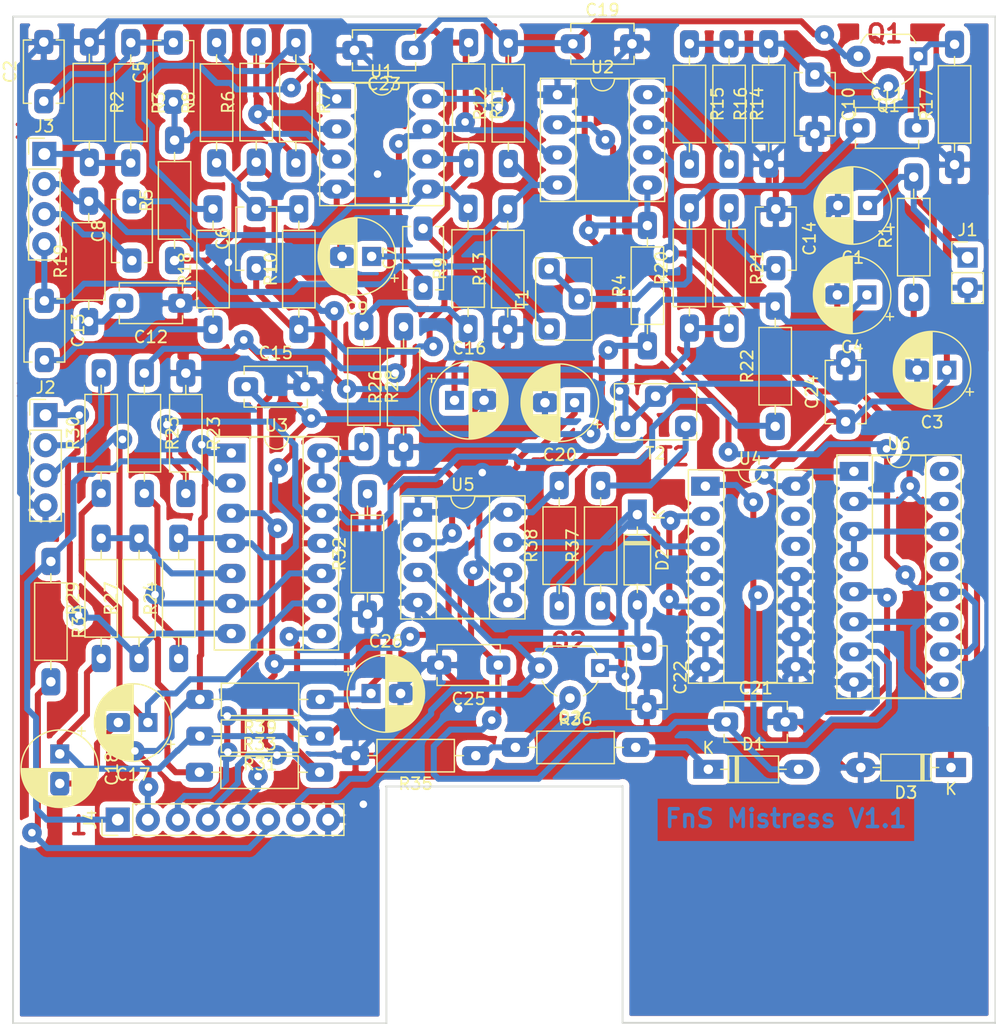
<source format=kicad_pcb>
(kicad_pcb (version 20171130) (host pcbnew "(5.0.2)-1")
  (layers (0 F.Cu signal) (31 B.Cu signal) (34 B.Paste user) (35 F.Paste user) (36 B.SilkS user) (37 F.SilkS user) (38 B.Mask user) (39 F.Mask user) (44 Edge.Cuts user))
  (net 0 "")
  (net 1 GND)
  (net 2 "Net-(C1-Pad1)")
  (net 3 "Net-(C2-Pad1)")
  (net 4 Vcc)
  (net 5 Vdd)
  (net 6 "Net-(C5-Pad1)")
  (net 7 "Net-(C6-Pad1)")
  (net 8 "Net-(C6-Pad2)")
  (net 9 "Net-(C7-Pad1)")
  (net 10 "Net-(C8-Pad2)")
  (net 11 Color_2)
  (net 12 "Net-(C9-Pad1)")
  (net 13 "Net-(C10-Pad1)")
  (net 14 "Net-(C11-Pad1)")
  (net 15 "Net-(C11-Pad2)")
  (net 16 "Net-(C12-Pad2)")
  (net 17 Out)
  (net 18 "Net-(C13-Pad2)")
  (net 19 "Net-(C14-Pad2)")
  (net 20 VRef)
  (net 21 "Net-(C17-Pad2)")
  (net 22 "Net-(C17-Pad1)")
  (net 23 "Net-(C18-Pad1)")
  (net 24 SWA_2)
  (net 25 CC1)
  (net 26 "Net-(D1-Pad1)")
  (net 27 "Net-(D2-Pad1)")
  (net 28 Rate_1)
  (net 29 Rate_23)
  (net 30 LED+)
  (net 31 Color_1)
  (net 32 AudioIn)
  (net 33 Range_1)
  (net 34 Range_23)
  (net 35 SWA_1)
  (net 36 SWA_3_SWB_1)
  (net 37 SWB_2)
  (net 38 "Net-(Q2-Pad2)")
  (net 39 "Net-(Q2-Pad1)")
  (net 40 "Net-(R6-Pad2)")
  (net 41 "Net-(R7-Pad1)")
  (net 42 "Net-(R14-Pad2)")
  (net 43 "Net-(R15-Pad2)")
  (net 44 "Net-(R22-Pad1)")
  (net 45 "Net-(R24-Pad1)")
  (net 46 "Net-(R27-Pad2)")
  (net 47 "Net-(R28-Pad2)")
  (net 48 "Net-(R37-Pad2)")
  (net 49 CP1)
  (net 50 CP2)
  (net 51 "Net-(U4-Pad1)")
  (net 52 "Net-(U4-Pad2)")
  (net 53 "Net-(U4-Pad12)")
  (net 54 "Net-(U4-Pad13)")
  (net 55 "Net-(U6-Pad11)")
  (net 56 "Net-(U6-Pad14)")
  (net 57 "Net-(C26-Pad1)")
  (module NilsLib:Elko_D6.3mm_P2.50mm (layer F.Cu) (at 180.15 78.65 180)
    (fp_text reference C1 (at 1.25 -4.4 180) (layer F.SilkS))
    (fp_text value 220u)
    (pad 2 thru_hole roundrect (at 2.5 0 180) (size 2.032 1.6) (drill 0.8) (layers *.Cu *.Mask) (net 1 GND))
    (pad 1 thru_hole rect (at 0 0 180) (size 1.6 1.6) (drill 0.8) (layers *.Cu *.Mask) (net 2 "Net-(C1-Pad1)"))
  )
  (module NilsLib:Kondensator_Keramik (layer F.Cu) (at 110.55 69.85 90)
    (fp_text reference C2 (at 2.5 -2.85 90) (layer F.SilkS))
    (fp_text value 150p)
    (pad 2 thru_hole roundrect (at 5 0 90) (size 2.032 1.6) (drill 0.8) (layers *.Cu *.Mask) (net 1 GND))
    (pad 1 thru_hole roundrect (at 0 0 90) (size 2.032 1.6) (drill 0.8) (layers *.Cu *.Mask) (net 3 "Net-(C2-Pad1)"))
  )
  (module NilsLib:Elko_D6.3mm_P2.50mm (layer F.Cu) (at 186.85 92.55 180)
    (fp_text reference C3 (at 1.25 -4.4 180) (layer F.SilkS))
    (fp_text value 220u)
    (pad 1 thru_hole rect (at 0 0 180) (size 1.6 1.6) (drill 0.8) (layers *.Cu *.Mask) (net 4 Vcc))
    (pad 2 thru_hole roundrect (at 2.5 0 180) (size 2.032 1.6) (drill 0.8) (layers *.Cu *.Mask) (net 1 GND))
  )
  (module NilsLib:Elko_D6.3mm_P2.50mm (layer F.Cu) (at 180.1 86.2 180)
    (fp_text reference C4 (at 1.25 -4.4 180) (layer F.SilkS))
    (fp_text value 220u)
    (pad 2 thru_hole roundrect (at 2.5 0 180) (size 2.032 1.6) (drill 0.8) (layers *.Cu *.Mask) (net 1 GND))
    (pad 1 thru_hole rect (at 0 0 180) (size 1.6 1.6) (drill 0.8) (layers *.Cu *.Mask) (net 5 Vdd))
  )
  (module NilsLib:Kondensator_Keramik (layer F.Cu) (at 121.5 69.9 90)
    (fp_text reference C5 (at 2.5 -2.85 90) (layer F.SilkS))
    (fp_text value 10n)
    (pad 2 thru_hole roundrect (at 5 0 90) (size 2.032 1.6) (drill 0.8) (layers *.Cu *.Mask) (net 3 "Net-(C2-Pad1)"))
    (pad 1 thru_hole roundrect (at 0 0 90) (size 2.032 1.6) (drill 0.8) (layers *.Cu *.Mask) (net 6 "Net-(C5-Pad1)"))
  )
  (module NilsLib:Kondensator_Keramik (layer F.Cu) (at 128.5 83.95 90)
    (fp_text reference C6 (at 2.5 -2.85 90) (layer F.SilkS))
    (fp_text value 47n)
    (pad 1 thru_hole roundrect (at 0 0 90) (size 2.032 1.6) (drill 0.8) (layers *.Cu *.Mask) (net 7 "Net-(C6-Pad1)"))
    (pad 2 thru_hole roundrect (at 5 0 90) (size 2.032 1.6) (drill 0.8) (layers *.Cu *.Mask) (net 8 "Net-(C6-Pad2)"))
  )
  (module NilsLib:Kondensator_Keramik (layer F.Cu) (at 142.6 85.6 90)
    (fp_text reference C7 (at 2.5 -2.85 90) (layer F.SilkS))
    (fp_text value 1n)
    (pad 1 thru_hole roundrect (at 0 0 90) (size 2.032 1.6) (drill 0.8) (layers *.Cu *.Mask) (net 9 "Net-(C7-Pad1)"))
    (pad 2 thru_hole roundrect (at 5 0 90) (size 2.032 1.6) (drill 0.8) (layers *.Cu *.Mask) (net 7 "Net-(C6-Pad1)"))
  )
  (module NilsLib:Kondensator_Keramik (layer F.Cu) (at 118 83.3 90)
    (fp_text reference C8 (at 2.5 -2.85 90) (layer F.SilkS))
    (fp_text value 2,2n)
    (pad 2 thru_hole roundrect (at 5 0 90) (size 2.032 1.6) (drill 0.8) (layers *.Cu *.Mask) (net 10 "Net-(C8-Pad2)"))
    (pad 1 thru_hole roundrect (at 0 0 90) (size 2.032 1.6) (drill 0.8) (layers *.Cu *.Mask) (net 11 Color_2))
  )
  (module NilsLib:Elko_D6.3mm_P2.50mm (layer F.Cu) (at 138.25 82.95 180)
    (fp_text reference C9 (at 1.25 -4.4 180) (layer F.SilkS))
    (fp_text value 4,7u)
    (pad 1 thru_hole rect (at 0 0 180) (size 1.6 1.6) (drill 0.8) (layers *.Cu *.Mask) (net 12 "Net-(C9-Pad1)"))
    (pad 2 thru_hole roundrect (at 2.5 0 180) (size 2.032 1.6) (drill 0.8) (layers *.Cu *.Mask) (net 1 GND))
  )
  (module NilsLib:Kondensator_Keramik (layer F.Cu) (at 175.7 67.6 270)
    (fp_text reference C10 (at 2.5 -2.85 270) (layer F.SilkS))
    (fp_text value 680p)
    (pad 1 thru_hole roundrect (at 0 0 270) (size 2.032 1.6) (drill 0.8) (layers *.Cu *.Mask) (net 13 "Net-(C10-Pad1)"))
    (pad 2 thru_hole roundrect (at 5 0 270) (size 2.032 1.6) (drill 0.8) (layers *.Cu *.Mask) (net 1 GND))
  )
  (module NilsLib:Kondensator_Keramik (layer F.Cu) (at 179.3 72.1)
    (fp_text reference C11 (at 2.5 -2.85) (layer F.SilkS))
    (fp_text value 82n)
    (pad 1 thru_hole roundrect (at 0 0) (size 2.032 1.6) (drill 0.8) (layers *.Cu *.Mask) (net 14 "Net-(C11-Pad1)"))
    (pad 2 thru_hole roundrect (at 5 0) (size 2.032 1.6) (drill 0.8) (layers *.Cu *.Mask) (net 15 "Net-(C11-Pad2)"))
  )
  (module NilsLib:Kondensator_Keramik (layer F.Cu) (at 122.1 86.9 180)
    (fp_text reference C12 (at 2.5 -2.85 180) (layer F.SilkS))
    (fp_text value 47n)
    (pad 1 thru_hole roundrect (at 0 0 180) (size 2.032 1.6) (drill 0.8) (layers *.Cu *.Mask) (net 1 GND))
    (pad 2 thru_hole roundrect (at 5 0 180) (size 2.032 1.6) (drill 0.8) (layers *.Cu *.Mask) (net 16 "Net-(C12-Pad2)"))
  )
  (module NilsLib:Kondensator_Keramik (layer F.Cu) (at 110.6 86.7 270)
    (fp_text reference C13 (at 2.5 -2.85 270) (layer F.SilkS))
    (fp_text value 220n)
    (pad 1 thru_hole roundrect (at 0 0 270) (size 2.032 1.6) (drill 0.8) (layers *.Cu *.Mask) (net 17 Out))
    (pad 2 thru_hole roundrect (at 5 0 270) (size 2.032 1.6) (drill 0.8) (layers *.Cu *.Mask) (net 18 "Net-(C13-Pad2)"))
  )
  (module NilsLib:Kondensator_Keramik (layer F.Cu) (at 172.4 78.95 270)
    (fp_text reference C14 (at 2.5 -2.85 270) (layer F.SilkS))
    (fp_text value 47n)
    (pad 2 thru_hole roundrect (at 5 0 270) (size 2.032 1.6) (drill 0.8) (layers *.Cu *.Mask) (net 19 "Net-(C14-Pad2)"))
    (pad 1 thru_hole roundrect (at 0 0 270) (size 2.032 1.6) (drill 0.8) (layers *.Cu *.Mask) (net 1 GND))
  )
  (module NilsLib:Kondensator_Keramik (layer F.Cu) (at 127.65 93.95)
    (fp_text reference C15 (at 2.5 -2.85) (layer F.SilkS))
    (fp_text value 100n)
    (pad 2 thru_hole roundrect (at 5 0) (size 2.032 1.6) (drill 0.8) (layers *.Cu *.Mask) (net 1 GND))
    (pad 1 thru_hole roundrect (at 0 0) (size 2.032 1.6) (drill 0.8) (layers *.Cu *.Mask) (net 5 Vdd))
  )
  (module NilsLib:Elko_D6.3mm_P2.50mm (layer F.Cu) (at 145.25 95.1)
    (fp_text reference C16 (at 1.25 -4.4) (layer F.SilkS))
    (fp_text value 10u)
    (pad 1 thru_hole rect (at 0 0) (size 1.6 1.6) (drill 0.8) (layers *.Cu *.Mask) (net 20 VRef))
    (pad 2 thru_hole roundrect (at 2.5 0) (size 2.032 1.6) (drill 0.8) (layers *.Cu *.Mask) (net 1 GND))
  )
  (module NilsLib:Elko_D6.3mm_P2.50mm (layer F.Cu) (at 119.35 122.3 180)
    (fp_text reference C17 (at 1.25 -4.4 180) (layer F.SilkS))
    (fp_text value 33u)
    (pad 2 thru_hole roundrect (at 2.5 0 180) (size 2.032 1.6) (drill 0.8) (layers *.Cu *.Mask) (net 21 "Net-(C17-Pad2)"))
    (pad 1 thru_hole rect (at 0 0 180) (size 1.6 1.6) (drill 0.8) (layers *.Cu *.Mask) (net 22 "Net-(C17-Pad1)"))
  )
  (module NilsLib:Elko_D6.3mm_P2.50mm (layer F.Cu) (at 111.9 124.95 270)
    (fp_text reference C18 (at 1.25 -4.4 270) (layer F.SilkS))
    (fp_text value 33u)
    (pad 1 thru_hole rect (at 0 0 270) (size 1.6 1.6) (drill 0.8) (layers *.Cu *.Mask) (net 23 "Net-(C18-Pad1)"))
    (pad 2 thru_hole roundrect (at 2.5 0 270) (size 2.032 1.6) (drill 0.8) (layers *.Cu *.Mask) (net 21 "Net-(C17-Pad2)"))
  )
  (module NilsLib:Kondensator_Keramik (layer F.Cu) (at 155.25 65)
    (fp_text reference C19 (at 2.5 -2.85) (layer F.SilkS))
    (fp_text value 100n)
    (pad 2 thru_hole roundrect (at 5 0) (size 2.032 1.6) (drill 0.8) (layers *.Cu *.Mask) (net 1 GND))
    (pad 1 thru_hole roundrect (at 0 0) (size 2.032 1.6) (drill 0.8) (layers *.Cu *.Mask) (net 4 Vcc))
  )
  (module NilsLib:Elko_D6.3mm_P2.50mm (layer F.Cu) (at 155.4 95.3 180)
    (fp_text reference C20 (at 1.25 -4.4 180) (layer F.SilkS))
    (fp_text value 1u)
    (pad 2 thru_hole roundrect (at 2.5 0 180) (size 2.032 1.6) (drill 0.8) (layers *.Cu *.Mask) (net 1 GND))
    (pad 1 thru_hole rect (at 0 0 180) (size 1.6 1.6) (drill 0.8) (layers *.Cu *.Mask) (net 24 SWA_2))
  )
  (module NilsLib:Kondensator_Keramik (layer F.Cu) (at 168.2 122.25)
    (fp_text reference C21 (at 2.5 -2.85) (layer F.SilkS))
    (fp_text value 100n)
    (pad 1 thru_hole roundrect (at 0 0) (size 2.032 1.6) (drill 0.8) (layers *.Cu *.Mask) (net 4 Vcc))
    (pad 2 thru_hole roundrect (at 5 0) (size 2.032 1.6) (drill 0.8) (layers *.Cu *.Mask) (net 1 GND))
  )
  (module NilsLib:Kondensator_Keramik (layer F.Cu) (at 161.5 116 270)
    (fp_text reference C22 (at 2.5 -2.85 270) (layer F.SilkS))
    (fp_text value 22p)
    (pad 1 thru_hole roundrect (at 0 0 270) (size 2.032 1.6) (drill 0.8) (layers *.Cu *.Mask) (net 25 CC1))
    (pad 2 thru_hole roundrect (at 5 0 270) (size 2.032 1.6) (drill 0.8) (layers *.Cu *.Mask) (net 1 GND))
  )
  (module NilsLib:Kondensator_Keramik (layer F.Cu) (at 141.8 65.55 180)
    (fp_text reference C23 (at 2.5 -2.85 180) (layer F.SilkS))
    (fp_text value 100n)
    (pad 1 thru_hole roundrect (at 0 0 180) (size 2.032 1.6) (drill 0.8) (layers *.Cu *.Mask) (net 4 Vcc))
    (pad 2 thru_hole roundrect (at 5 0 180) (size 2.032 1.6) (drill 0.8) (layers *.Cu *.Mask) (net 1 GND))
  )
  (module NilsLib:Kondensator_Keramik (layer F.Cu) (at 178.3 96.9 90)
    (fp_text reference C24 (at 2.5 -2.85 90) (layer F.SilkS))
    (fp_text value 100n)
    (pad 2 thru_hole roundrect (at 5 0 90) (size 2.032 1.6) (drill 0.8) (layers *.Cu *.Mask) (net 1 GND))
    (pad 1 thru_hole roundrect (at 0 0 90) (size 2.032 1.6) (drill 0.8) (layers *.Cu *.Mask) (net 4 Vcc))
  )
  (module NilsLib:Kondensator_Keramik (layer F.Cu) (at 148.95 117.45 180)
    (fp_text reference C25 (at 2.5 -2.85 180) (layer F.SilkS))
    (fp_text value 100n)
    (pad 2 thru_hole roundrect (at 5 0 180) (size 2.032 1.6) (drill 0.8) (layers *.Cu *.Mask) (net 1 GND))
    (pad 1 thru_hole roundrect (at 0 0 180) (size 2.032 1.6) (drill 0.8) (layers *.Cu *.Mask) (net 4 Vcc))
  )
  (module NilsLib:Diode_Horizontal (layer F.Cu) (at 166.7 126.25)
    (fp_text reference D1 (at 3.81 -2.12) (layer F.SilkS))
    (fp_text value 1N4148)
    (fp_text user K (at 0 -1.8) (layer F.SilkS))
    (pad 1 thru_hole rect (at 0 0) (size 2.54 1.6) (drill 0.8) (layers *.Cu *.Mask) (net 26 "Net-(D1-Pad1)"))
    (pad 2 thru_hole oval (at 7.62 0) (size 2.54 1.6) (drill 0.8) (layers *.Cu *.Mask) (net 4 Vcc))
  )
  (module NilsLib:Diode_Horizontal (layer F.Cu) (at 160.7 104.75 270)
    (fp_text reference D2 (at 3.81 -2.12 270) (layer F.SilkS))
    (fp_text value 1N4148)
    (fp_text user K (at 0 -1.8 270) (layer F.SilkS))
    (pad 2 thru_hole oval (at 7.62 0 270) (size 2.54 1.6) (drill 0.8) (layers *.Cu *.Mask) (net 25 CC1))
    (pad 1 thru_hole rect (at 0 0 270) (size 2.54 1.6) (drill 0.8) (layers *.Cu *.Mask) (net 27 "Net-(D2-Pad1)"))
  )
  (module NilsLib:Stift_x02 (layer F.Cu) (at 188.6 83.05)
    (fp_text reference J1 (at 0 -2.33) (layer F.SilkS))
    (fp_text value PWR)
    (pad 1 thru_hole rect (at 0 0) (size 1.7 1.7) (drill 1) (layers *.Cu *.Mask) (net 2 "Net-(C1-Pad1)"))
    (pad 2 thru_hole roundrect (at 0 2.54) (size 1.7 1.7) (drill 1) (layers *.Cu *.Mask) (net 1 GND))
  )
  (module NilsLib:PinHeader_1x04_P2.54mm_Vertical_NIK (layer F.Cu) (at 110.7 96.35)
    (fp_text reference J2 (at 0 -2.33) (layer F.SilkS))
    (fp_text value Rate)
    (pad 1 thru_hole rect (at 0 0) (size 2.032 2.032) (drill 1) (layers *.Cu *.Mask) (net 28 Rate_1))
    (pad 2 thru_hole oval (at 0 2.54) (size 2.032 2.032) (drill 1) (layers *.Cu *.Mask) (net 29 Rate_23))
    (pad 3 thru_hole oval (at 0 5.08) (size 2.032 2.032) (drill 1) (layers *.Cu *.Mask) (net 30 LED+))
    (pad 4 thru_hole oval (at 0 7.62) (size 2.032 2.032) (drill 1) (layers *.Cu *.Mask) (net 1 GND))
  )
  (module NilsLib:PinHeader_1x04_P2.54mm_Vertical_NIK (layer F.Cu) (at 110.6 74.3)
    (fp_text reference J3 (at 0 -2.33) (layer F.SilkS))
    (fp_text value IO)
    (pad 4 thru_hole oval (at 0 7.62) (size 2.032 2.032) (drill 1) (layers *.Cu *.Mask) (net 17 Out))
    (pad 3 thru_hole oval (at 0 5.08) (size 2.032 2.032) (drill 1) (layers *.Cu *.Mask) (net 11 Color_2))
    (pad 2 thru_hole oval (at 0 2.54) (size 2.032 2.032) (drill 1) (layers *.Cu *.Mask) (net 31 Color_1))
    (pad 1 thru_hole rect (at 0 0) (size 2.032 2.032) (drill 1) (layers *.Cu *.Mask) (net 32 AudioIn))
  )
  (module NilsLib:PinHeader_1x08_P2.54mm_Vertical_Nik (layer F.Cu) (at 116.8 130.5 90)
    (fp_text reference J4 (at 0 -2.33 90) (layer F.SilkS))
    (fp_text value Range)
    (pad 1 thru_hole rect (at 0 0 90) (size 2.032 2.032) (drill 1) (layers *.Cu *.Mask) (net 33 Range_1))
    (pad 2 thru_hole oval (at 0 2.54 90) (size 2.032 2.032) (drill 1) (layers *.Cu *.Mask) (net 34 Range_23))
    (pad 3 thru_hole oval (at 0 5.08 90) (size 2.032 2.032) (drill 1) (layers *.Cu *.Mask) (net 35 SWA_1))
    (pad 4 thru_hole oval (at 0 7.62 90) (size 2.032 2.032) (drill 1) (layers *.Cu *.Mask) (net 24 SWA_2))
    (pad 5 thru_hole oval (at 0 10.16 90) (size 2.032 2.032) (drill 1) (layers *.Cu *.Mask) (net 36 SWA_3_SWB_1))
    (pad 6 thru_hole oval (at 0 12.7 90) (size 2.032 2.032) (drill 1) (layers *.Cu *.Mask) (net 37 SWB_2))
    (pad 7 thru_hole oval (at 0 15.24 90) (size 2.032 2.032) (drill 1) (layers *.Cu *.Mask) (net 25 CC1))
    (pad 8 thru_hole oval (at 0 17.78 90) (size 2.032 2.032) (drill 1) (layers *.Cu *.Mask) (net 1 GND))
  )
  (module NilsLib:TO-92_Wide_NIK (layer F.Cu) (at 184.45 66.05 180)
    (fp_text reference Q1 (at 2.55 -4.19 180) (layer F.SilkS))
    (fp_text value 2N3904)
    (pad 1 thru_hole rect (at 0 0 270) (size 1.5 1.5) (drill 0.8) (layers *.Cu *.Mask) (net 15 "Net-(C11-Pad2)"))
    (pad 3 thru_hole oval (at 5.08 0 270) (size 1.778 2.032) (drill 0.8) (layers *.Cu *.Mask) (net 4 Vcc))
    (pad 2 thru_hole oval (at 2.54 -2.54 270) (size 2.032 1.778) (drill 0.8) (layers *.Cu *.Mask) (net 13 "Net-(C10-Pad1)"))
  )
  (module NilsLib:TO-92_Wide_NIK (layer F.Cu) (at 157.55 117.7 180)
    (fp_text reference Q2 (at 2.55 -4.19 180) (layer F.SilkS))
    (fp_text value 2N3906)
    (pad 2 thru_hole oval (at 2.54 -2.54 270) (size 2.032 1.778) (drill 0.8) (layers *.Cu *.Mask) (net 38 "Net-(Q2-Pad2)"))
    (pad 3 thru_hole oval (at 5.08 0 270) (size 1.778 2.032) (drill 0.8) (layers *.Cu *.Mask) (net 25 CC1))
    (pad 1 thru_hole rect (at 0 0 270) (size 1.5 1.5) (drill 0.8) (layers *.Cu *.Mask) (net 39 "Net-(Q2-Pad1)"))
  )
  (module NilsLib:Widerstand_liegend (layer F.Cu) (at 184.05 86.4 90)
    (fp_text reference R1 (at 5.08 -2.37 90) (layer F.SilkS))
    (fp_text value 10)
    (pad 2 thru_hole roundrect (at 10.16 0 90) (size 2.286 1.6) (drill 0.8) (layers *.Cu *.Mask) (net 2 "Net-(C1-Pad1)"))
    (pad 1 thru_hole roundrect (at 0 0 90) (size 2.286 1.6) (drill 0.8) (layers *.Cu *.Mask) (net 4 Vcc))
  )
  (module NilsLib:Widerstand_liegend (layer F.Cu) (at 114.4 64.85 270)
    (fp_text reference R2 (at 5.08 -2.37 270) (layer F.SilkS))
    (fp_text value 2,2M)
    (pad 2 thru_hole roundrect (at 10.16 0 270) (size 2.286 1.6) (drill 0.8) (layers *.Cu *.Mask) (net 32 AudioIn))
    (pad 1 thru_hole roundrect (at 0 0 270) (size 2.286 1.6) (drill 0.8) (layers *.Cu *.Mask) (net 1 GND))
  )
  (module NilsLib:Widerstand_liegend (layer F.Cu) (at 117.9 64.9 270)
    (fp_text reference R3 (at 5.08 -2.37 270) (layer F.SilkS))
    (fp_text value 100k)
    (pad 1 thru_hole roundrect (at 0 0 270) (size 2.286 1.6) (drill 0.8) (layers *.Cu *.Mask) (net 3 "Net-(C2-Pad1)"))
    (pad 2 thru_hole roundrect (at 10.16 0 270) (size 2.286 1.6) (drill 0.8) (layers *.Cu *.Mask) (net 32 AudioIn))
  )
  (module NilsLib:Widerstand_liegend (layer F.Cu) (at 161.55 90.5 90)
    (fp_text reference R4 (at 5.08 -2.37 90) (layer F.SilkS))
    (fp_text value 47)
    (pad 1 thru_hole roundrect (at 0 0 90) (size 2.286 1.6) (drill 0.8) (layers *.Cu *.Mask) (net 5 Vdd))
    (pad 2 thru_hole roundrect (at 10.16 0 90) (size 2.286 1.6) (drill 0.8) (layers *.Cu *.Mask) (net 4 Vcc))
  )
  (module NilsLib:Widerstand_liegend (layer F.Cu) (at 121.6 83.3 90)
    (fp_text reference R5 (at 5.08 -2.37 90) (layer F.SilkS))
    (fp_text value 1M)
    (pad 1 thru_hole roundrect (at 0 0 90) (size 2.286 1.6) (drill 0.8) (layers *.Cu *.Mask) (net 20 VRef))
    (pad 2 thru_hole roundrect (at 10.16 0 90) (size 2.286 1.6) (drill 0.8) (layers *.Cu *.Mask) (net 6 "Net-(C5-Pad1)"))
  )
  (module NilsLib:Widerstand_liegend (layer F.Cu) (at 128.5 75 90)
    (fp_text reference R6 (at 5.08 -2.37 90) (layer F.SilkS))
    (fp_text value 10k)
    (pad 1 thru_hole roundrect (at 0 0 90) (size 2.286 1.6) (drill 0.8) (layers *.Cu *.Mask) (net 20 VRef))
    (pad 2 thru_hole roundrect (at 10.16 0 90) (size 2.286 1.6) (drill 0.8) (layers *.Cu *.Mask) (net 40 "Net-(R6-Pad2)"))
  )
  (module NilsLib:Widerstand_liegend (layer F.Cu) (at 131.85 64.9 270)
    (fp_text reference R7 (at 5.08 -2.37 270) (layer F.SilkS))
    (fp_text value 3,6k)
    (pad 2 thru_hole roundrect (at 10.16 0 270) (size 2.286 1.6) (drill 0.8) (layers *.Cu *.Mask) (net 40 "Net-(R6-Pad2)"))
    (pad 1 thru_hole roundrect (at 0 0 270) (size 2.286 1.6) (drill 0.8) (layers *.Cu *.Mask) (net 41 "Net-(R7-Pad1)"))
  )
  (module NilsLib:Widerstand_liegend (layer F.Cu) (at 125.15 75.05 90)
    (fp_text reference R8 (at 5.08 -2.37 90) (layer F.SilkS))
    (fp_text value 470k)
    (pad 2 thru_hole roundrect (at 10.16 0 90) (size 2.286 1.6) (drill 0.8) (layers *.Cu *.Mask) (net 41 "Net-(R7-Pad1)"))
    (pad 1 thru_hole roundrect (at 0 0 90) (size 2.286 1.6) (drill 0.8) (layers *.Cu *.Mask) (net 8 "Net-(C6-Pad2)"))
  )
  (module NilsLib:Widerstand_liegend (layer F.Cu) (at 146.4 89.05 90)
    (fp_text reference R9 (at 5.08 -2.37 90) (layer F.SilkS))
    (fp_text value 100k)
    (pad 2 thru_hole roundrect (at 10.16 0 90) (size 2.286 1.6) (drill 0.8) (layers *.Cu *.Mask) (net 10 "Net-(C8-Pad2)"))
    (pad 1 thru_hole roundrect (at 0 0 90) (size 2.286 1.6) (drill 0.8) (layers *.Cu *.Mask) (net 20 VRef))
  )
  (module NilsLib:Widerstand_liegend (layer F.Cu) (at 132.1 89.1 90)
    (fp_text reference R10 (at 5.08 -2.37 90) (layer F.SilkS))
    (fp_text value 4,7k)
    (pad 1 thru_hole roundrect (at 0 0 90) (size 2.286 1.6) (drill 0.8) (layers *.Cu *.Mask) (net 7 "Net-(C6-Pad1)"))
    (pad 2 thru_hole roundrect (at 10.16 0 90) (size 2.286 1.6) (drill 0.8) (layers *.Cu *.Mask) (net 8 "Net-(C6-Pad2)"))
  )
  (module NilsLib:Widerstand_liegend (layer F.Cu) (at 146.45 64.9 270)
    (fp_text reference R11 (at 5.08 -2.37 270) (layer F.SilkS))
    (fp_text value 5,6k)
    (pad 2 thru_hole roundrect (at 10.16 0 270) (size 2.286 1.6) (drill 0.8) (layers *.Cu *.Mask) (net 7 "Net-(C6-Pad1)"))
    (pad 1 thru_hole roundrect (at 0 0 270) (size 2.286 1.6) (drill 0.8) (layers *.Cu *.Mask) (net 9 "Net-(C7-Pad1)"))
  )
  (module NilsLib:Widerstand_liegend (layer F.Cu) (at 149.8 75.1 90)
    (fp_text reference R12 (at 5.08 -2.37 90) (layer F.SilkS))
    (fp_text value 1k)
    (pad 2 thru_hole roundrect (at 10.16 0 90) (size 2.286 1.6) (drill 0.8) (layers *.Cu *.Mask) (net 4 Vcc))
    (pad 1 thru_hole roundrect (at 0 0 90) (size 2.286 1.6) (drill 0.8) (layers *.Cu *.Mask) (net 12 "Net-(C9-Pad1)"))
  )
  (module NilsLib:Widerstand_liegend (layer F.Cu) (at 149.75 89.1 90)
    (fp_text reference R13 (at 5.08 -2.37 90) (layer F.SilkS))
    (fp_text value 14k)
    (pad 1 thru_hole roundrect (at 0 0 90) (size 2.286 1.6) (drill 0.8) (layers *.Cu *.Mask) (net 1 GND))
    (pad 2 thru_hole roundrect (at 10.16 0 90) (size 2.286 1.6) (drill 0.8) (layers *.Cu *.Mask) (net 12 "Net-(C9-Pad1)"))
  )
  (module NilsLib:Widerstand_liegend (layer F.Cu) (at 168.45 65 270)
    (fp_text reference R14 (at 5.08 -2.37 270) (layer F.SilkS))
    (fp_text value 4,7k)
    (pad 2 thru_hole roundrect (at 10.16 0 270) (size 2.286 1.6) (drill 0.8) (layers *.Cu *.Mask) (net 42 "Net-(R14-Pad2)"))
    (pad 1 thru_hole roundrect (at 0 0 270) (size 2.286 1.6) (drill 0.8) (layers *.Cu *.Mask) (net 13 "Net-(C10-Pad1)"))
  )
  (module NilsLib:Widerstand_liegend (layer F.Cu) (at 165.1 65 270)
    (fp_text reference R15 (at 5.08 -2.37 270) (layer F.SilkS))
    (fp_text value 4,7k)
    (pad 1 thru_hole roundrect (at 0 0 270) (size 2.286 1.6) (drill 0.8) (layers *.Cu *.Mask) (net 13 "Net-(C10-Pad1)"))
    (pad 2 thru_hole roundrect (at 10.16 0 270) (size 2.286 1.6) (drill 0.8) (layers *.Cu *.Mask) (net 43 "Net-(R15-Pad2)"))
  )
  (module NilsLib:Widerstand_liegend (layer F.Cu) (at 171.8 75.15 90)
    (fp_text reference R16 (at 5.08 -2.37 90) (layer F.SilkS))
    (fp_text value 47k)
    (pad 2 thru_hole roundrect (at 10.16 0 90) (size 2.286 1.6) (drill 0.8) (layers *.Cu *.Mask) (net 13 "Net-(C10-Pad1)"))
    (pad 1 thru_hole roundrect (at 0 0 90) (size 2.286 1.6) (drill 0.8) (layers *.Cu *.Mask) (net 1 GND))
  )
  (module NilsLib:Widerstand_liegend (layer F.Cu) (at 187.5 75.2 90)
    (fp_text reference R17 (at 5.08 -2.37 90) (layer F.SilkS))
    (fp_text value 10k)
    (pad 1 thru_hole roundrect (at 0 0 90) (size 2.286 1.6) (drill 0.8) (layers *.Cu *.Mask) (net 1 GND))
    (pad 2 thru_hole roundrect (at 10.16 0 90) (size 2.286 1.6) (drill 0.8) (layers *.Cu *.Mask) (net 15 "Net-(C11-Pad2)"))
  )
  (module NilsLib:Widerstand_liegend (layer F.Cu) (at 124.85 89.1 90)
    (fp_text reference R18 (at 5.08 -2.37 90) (layer F.SilkS))
    (fp_text value 10k)
    (pad 1 thru_hole roundrect (at 0 0 90) (size 2.286 1.6) (drill 0.8) (layers *.Cu *.Mask) (net 18 "Net-(C13-Pad2)"))
    (pad 2 thru_hole roundrect (at 10.16 0 90) (size 2.286 1.6) (drill 0.8) (layers *.Cu *.Mask) (net 9 "Net-(C7-Pad1)"))
  )
  (module NilsLib:Widerstand_liegend (layer F.Cu) (at 114.35 88.45 90)
    (fp_text reference R19 (at 5.08 -2.37 90) (layer F.SilkS))
    (fp_text value 470)
    (pad 2 thru_hole roundrect (at 10.16 0 90) (size 2.286 1.6) (drill 0.8) (layers *.Cu *.Mask) (net 31 Color_1))
    (pad 1 thru_hole roundrect (at 0 0 90) (size 2.286 1.6) (drill 0.8) (layers *.Cu *.Mask) (net 16 "Net-(C12-Pad2)"))
  )
  (module NilsLib:Widerstand_liegend (layer F.Cu) (at 165.1 89 90)
    (fp_text reference R20 (at 5.08 -2.37 90) (layer F.SilkS))
    (fp_text value 10k)
    (pad 1 thru_hole roundrect (at 0 0 90) (size 2.286 1.6) (drill 0.8) (layers *.Cu *.Mask) (net 17 Out))
    (pad 2 thru_hole roundrect (at 10.16 0 90) (size 2.286 1.6) (drill 0.8) (layers *.Cu *.Mask) (net 14 "Net-(C11-Pad1)"))
  )
  (module NilsLib:Widerstand_liegend (layer F.Cu) (at 168.45 78.85 270)
    (fp_text reference R21 (at 5.08 -2.37 270) (layer F.SilkS))
    (fp_text value 510)
    (pad 2 thru_hole roundrect (at 10.16 0 270) (size 2.286 1.6) (drill 0.8) (layers *.Cu *.Mask) (net 17 Out))
    (pad 1 thru_hole roundrect (at 0 0 270) (size 2.286 1.6) (drill 0.8) (layers *.Cu *.Mask) (net 19 "Net-(C14-Pad2)"))
  )
  (module NilsLib:Widerstand_liegend (layer F.Cu) (at 172.35 97.3 90)
    (fp_text reference R22 (at 5.08 -2.37 90) (layer F.SilkS))
    (fp_text value 47k)
    (pad 2 thru_hole roundrect (at 10.16 0 90) (size 2.286 1.6) (drill 0.8) (layers *.Cu *.Mask) (net 5 Vdd))
    (pad 1 thru_hole roundrect (at 0 0 90) (size 2.286 1.6) (drill 0.8) (layers *.Cu *.Mask) (net 44 "Net-(R22-Pad1)"))
  )
  (module NilsLib:Widerstand_liegend (layer F.Cu) (at 122.55 92.8 270)
    (fp_text reference R23 (at 5.08 -2.37 270) (layer F.SilkS))
    (fp_text value 47k)
    (pad 1 thru_hole roundrect (at 0 0 270) (size 2.286 1.6) (drill 0.8) (layers *.Cu *.Mask) (net 1 GND))
    (pad 2 thru_hole roundrect (at 10.16 0 270) (size 2.286 1.6) (drill 0.8) (layers *.Cu *.Mask) (net 44 "Net-(R22-Pad1)"))
  )
  (module NilsLib:Widerstand_liegend (layer F.Cu) (at 121.95 116.9 90)
    (fp_text reference R24 (at 5.08 -2.37 90) (layer F.SilkS))
    (fp_text value 39k)
    (pad 1 thru_hole roundrect (at 0 0 90) (size 2.286 1.6) (drill 0.8) (layers *.Cu *.Mask) (net 45 "Net-(R24-Pad1)"))
    (pad 2 thru_hole roundrect (at 10.16 0 90) (size 2.286 1.6) (drill 0.8) (layers *.Cu *.Mask) (net 5 Vdd))
  )
  (module NilsLib:Widerstand_liegend (layer F.Cu) (at 119.05 92.8 270)
    (fp_text reference R25 (at 5.08 -2.37 270) (layer F.SilkS))
    (fp_text value 24k)
    (pad 2 thru_hole roundrect (at 10.16 0 270) (size 2.286 1.6) (drill 0.8) (layers *.Cu *.Mask) (net 45 "Net-(R24-Pad1)"))
    (pad 1 thru_hole roundrect (at 0 0 270) (size 2.286 1.6) (drill 0.8) (layers *.Cu *.Mask) (net 36 SWA_3_SWB_1))
  )
  (module NilsLib:Widerstand_liegend (layer F.Cu) (at 140.95 99.05 90)
    (fp_text reference R26 (at 5.08 -2.37 90) (layer F.SilkS))
    (fp_text value 8,2k)
    (pad 1 thru_hole roundrect (at 0 0 90) (size 2.286 1.6) (drill 0.8) (layers *.Cu *.Mask) (net 1 GND))
    (pad 2 thru_hole roundrect (at 10.16 0 90) (size 2.286 1.6) (drill 0.8) (layers *.Cu *.Mask) (net 36 SWA_3_SWB_1))
  )
  (module NilsLib:Widerstand_liegend (layer F.Cu) (at 118.6 116.9 90)
    (fp_text reference R27 (at 5.08 -2.37 90) (layer F.SilkS))
    (fp_text value 30k)
    (pad 1 thru_hole roundrect (at 0 0 90) (size 2.286 1.6) (drill 0.8) (layers *.Cu *.Mask) (net 28 Rate_1))
    (pad 2 thru_hole roundrect (at 10.16 0 90) (size 2.286 1.6) (drill 0.8) (layers *.Cu *.Mask) (net 46 "Net-(R27-Pad2)"))
  )
  (module NilsLib:Widerstand_liegend (layer F.Cu) (at 137.6 88.85 270)
    (fp_text reference R28 (at 5.08 -2.37 270) (layer F.SilkS))
    (fp_text value 1k)
    (pad 2 thru_hole roundrect (at 10.16 0 270) (size 2.286 1.6) (drill 0.8) (layers *.Cu *.Mask) (net 47 "Net-(R28-Pad2)"))
    (pad 1 thru_hole roundrect (at 0 0 270) (size 2.286 1.6) (drill 0.8) (layers *.Cu *.Mask) (net 20 VRef))
  )
  (module NilsLib:Widerstand_liegend (layer F.Cu) (at 115.4 116.9 90)
    (fp_text reference R29 (at 5.08 -2.37 90) (layer F.SilkS))
    (fp_text value 10k)
    (pad 1 thru_hole roundrect (at 0 0 90) (size 2.286 1.6) (drill 0.8) (layers *.Cu *.Mask) (net 23 "Net-(C18-Pad1)"))
    (pad 2 thru_hole roundrect (at 10.16 0 90) (size 2.286 1.6) (drill 0.8) (layers *.Cu *.Mask) (net 46 "Net-(R27-Pad2)"))
  )
  (module NilsLib:Widerstand_liegend (layer F.Cu) (at 115.4 102.95 90)
    (fp_text reference R30 (at 5.08 -2.37 90) (layer F.SilkS))
    (fp_text value 3,9k)
    (pad 2 thru_hole roundrect (at 10.16 0 90) (size 2.286 1.6) (drill 0.8) (layers *.Cu *.Mask) (net 29 Rate_23))
    (pad 1 thru_hole roundrect (at 0 0 90) (size 2.286 1.6) (drill 0.8) (layers *.Cu *.Mask) (net 22 "Net-(C17-Pad1)"))
  )
  (module NilsLib:Widerstand_liegend (layer F.Cu) (at 133.9 123.45 180)
    (fp_text reference R31 (at 5.08 -2.37 180) (layer F.SilkS))
    (fp_text value 47k)
    (pad 2 thru_hole roundrect (at 10.16 0 180) (size 2.286 1.6) (drill 0.8) (layers *.Cu *.Mask) (net 23 "Net-(C18-Pad1)"))
    (pad 1 thru_hole roundrect (at 0 0 180) (size 2.286 1.6) (drill 0.8) (layers *.Cu *.Mask) (net 35 SWA_1))
  )
  (module NilsLib:Widerstand_liegend (layer F.Cu) (at 137.9 113.15 90)
    (fp_text reference R32 (at 5.08 -2.37 90) (layer F.SilkS))
    (fp_text value 27k)
    (pad 1 thru_hole roundrect (at 0 0 90) (size 2.286 1.6) (drill 0.8) (layers *.Cu *.Mask) (net 1 GND))
    (pad 2 thru_hole roundrect (at 10.16 0 90) (size 2.286 1.6) (drill 0.8) (layers *.Cu *.Mask) (net 35 SWA_1))
  )
  (module NilsLib:Widerstand_liegend (layer F.Cu) (at 123.7 126.5)
    (fp_text reference R33 (at 5.08 -2.37) (layer F.SilkS))
    (fp_text value 22k)
    (pad 1 thru_hole roundrect (at 0 0) (size 2.286 1.6) (drill 0.8) (layers *.Cu *.Mask) (net 30 LED+))
    (pad 2 thru_hole roundrect (at 10.16 0) (size 2.286 1.6) (drill 0.8) (layers *.Cu *.Mask) (net 23 "Net-(C18-Pad1)"))
  )
  (module NilsLib:Widerstand_liegend (layer F.Cu) (at 111.15 108.7 270)
    (fp_text reference R34 (at 5.08 -2.37 270) (layer F.SilkS))
    (fp_text value 39k)
    (pad 2 thru_hole roundrect (at 10.16 0 270) (size 2.286 1.6) (drill 0.8) (layers *.Cu *.Mask) (net 37 SWB_2))
    (pad 1 thru_hole roundrect (at 0 0 270) (size 2.286 1.6) (drill 0.8) (layers *.Cu *.Mask) (net 33 Range_1))
  )
  (module NilsLib:Widerstand_liegend (layer F.Cu) (at 147.05 125.1 180)
    (fp_text reference R35 (at 5.08 -2.37 180) (layer F.SilkS))
    (fp_text value 1,2M)
    (pad 2 thru_hole roundrect (at 10.16 0 180) (size 2.286 1.6) (drill 0.8) (layers *.Cu *.Mask) (net 1 GND))
    (pad 1 thru_hole roundrect (at 0 0 180) (size 2.286 1.6) (drill 0.8) (layers *.Cu *.Mask) (net 38 "Net-(Q2-Pad2)"))
  )
  (module NilsLib:Widerstand_liegend (layer F.Cu) (at 150.4 124.4)
    (fp_text reference R36 (at 5.08 -2.37) (layer F.SilkS))
    (fp_text value 62k)
    (pad 1 thru_hole roundrect (at 0 0) (size 2.286 1.6) (drill 0.8) (layers *.Cu *.Mask) (net 38 "Net-(Q2-Pad2)"))
    (pad 2 thru_hole roundrect (at 10.16 0) (size 2.286 1.6) (drill 0.8) (layers *.Cu *.Mask) (net 26 "Net-(D1-Pad1)"))
  )
  (module NilsLib:Widerstand_liegend (layer F.Cu) (at 157.6 112.45 90)
    (fp_text reference R37 (at 5.08 -2.37 90) (layer F.SilkS))
    (fp_text value 3,9k)
    (pad 2 thru_hole roundrect (at 10.16 0 90) (size 2.286 1.6) (drill 0.8) (layers *.Cu *.Mask) (net 48 "Net-(R37-Pad2)"))
    (pad 1 thru_hole roundrect (at 0 0 90) (size 2.286 1.6) (drill 0.8) (layers *.Cu *.Mask) (net 39 "Net-(Q2-Pad1)"))
  )
  (module NilsLib:Widerstand_liegend (layer F.Cu) (at 154.1 112.45 90)
    (fp_text reference R38 (at 5.08 -2.37 90) (layer F.SilkS))
    (fp_text value 10k)
    (pad 1 thru_hole roundrect (at 0 0 90) (size 2.286 1.6) (drill 0.8) (layers *.Cu *.Mask) (net 27 "Net-(D2-Pad1)"))
    (pad 2 thru_hole roundrect (at 10.16 0 90) (size 2.286 1.6) (drill 0.8) (layers *.Cu *.Mask) (net 4 Vcc))
  )
  (module NilsLib:Trimmer_Vertical (layer F.Cu) (at 153.25 84 90)
    (fp_text reference T1 (at -2.54 -2.27 90) (layer F.SilkS))
    (fp_text value 10k)
    (pad 3 thru_hole roundrect (at -5.08 0 90) (size 1.778 1.778) (drill 0.8) (layers *.Cu *.Mask) (net 31 Color_1))
    (pad 2 thru_hole roundrect (at -2.54 2.54 90) (size 1.778 1.778) (drill 0.8) (layers *.Cu *.Mask) (net 14 "Net-(C11-Pad1)"))
    (pad 1 thru_hole roundrect (at 0 0 90) (size 1.778 1.778) (drill 0.8) (layers *.Cu *.Mask) (net 14 "Net-(C11-Pad1)"))
  )
  (module NilsLib:Trimmer_Vertical (layer F.Cu) (at 159.7 97.3 180)
    (fp_text reference T2 (at -2.54 -2.27 180) (layer F.SilkS))
    (fp_text value 22k)
    (pad 1 thru_hole roundrect (at 0 0 180) (size 1.778 1.778) (drill 0.8) (layers *.Cu *.Mask) (net 4 Vcc))
    (pad 2 thru_hole roundrect (at -2.54 2.54 180) (size 1.778 1.778) (drill 0.8) (layers *.Cu *.Mask) (net 4 Vcc))
    (pad 3 thru_hole roundrect (at -5.08 0 180) (size 1.778 1.778) (drill 0.8) (layers *.Cu *.Mask) (net 48 "Net-(R37-Pad2)"))
  )
  (module Package_DIP:DIP-8_W7.62mm_Socket_LongPads (layer F.Cu) (at 135.3 69.65)
    (fp_text reference U1 (at 3.81 -2.33) (layer F.SilkS))
    (fp_text value RC4558)
    (pad 1 thru_hole rect (at 0 0) (size 2.4 1.6) (drill 0.8) (layers *.Cu *.Mask) (net 41 "Net-(R7-Pad1)"))
    (pad 5 thru_hole oval (at 7.62 7.62) (size 2.4 1.6) (drill 0.8) (layers *.Cu *.Mask) (net 10 "Net-(C8-Pad2)"))
    (pad 2 thru_hole oval (at 0 2.54) (size 2.4 1.6) (drill 0.8) (layers *.Cu *.Mask) (net 40 "Net-(R6-Pad2)"))
    (pad 6 thru_hole oval (at 7.62 5.08) (size 2.4 1.6) (drill 0.8) (layers *.Cu *.Mask) (net 7 "Net-(C6-Pad1)"))
    (pad 3 thru_hole oval (at 0 5.08) (size 2.4 1.6) (drill 0.8) (layers *.Cu *.Mask) (net 6 "Net-(C5-Pad1)"))
    (pad 7 thru_hole oval (at 7.62 2.54) (size 2.4 1.6) (drill 0.8) (layers *.Cu *.Mask) (net 9 "Net-(C7-Pad1)"))
    (pad 4 thru_hole oval (at 0 7.62) (size 2.4 1.6) (drill 0.8) (layers *.Cu *.Mask) (net 1 GND))
    (pad 8 thru_hole oval (at 7.62 0) (size 2.4 1.6) (drill 0.8) (layers *.Cu *.Mask) (net 4 Vcc))
  )
  (module Package_DIP:DIP-8_W7.62mm_Socket_LongPads (layer F.Cu) (at 153.95 69.3)
    (fp_text reference U2 (at 3.81 -2.33) (layer F.SilkS))
    (fp_text value MN3207)
    (pad 1 thru_hole rect (at 0 0) (size 2.4 1.6) (drill 0.8) (layers *.Cu *.Mask) (net 1 GND))
    (pad 5 thru_hole oval (at 7.62 7.62) (size 2.4 1.6) (drill 0.8) (layers *.Cu *.Mask) (net 4 Vcc))
    (pad 2 thru_hole oval (at 0 2.54) (size 2.4 1.6) (drill 0.8) (layers *.Cu *.Mask) (net 49 CP1))
    (pad 6 thru_hole oval (at 7.62 5.08) (size 2.4 1.6) (drill 0.8) (layers *.Cu *.Mask) (net 50 CP2))
    (pad 3 thru_hole oval (at 0 5.08) (size 2.4 1.6) (drill 0.8) (layers *.Cu *.Mask) (net 9 "Net-(C7-Pad1)"))
    (pad 7 thru_hole oval (at 7.62 2.54) (size 2.4 1.6) (drill 0.8) (layers *.Cu *.Mask) (net 43 "Net-(R15-Pad2)"))
    (pad 4 thru_hole oval (at 0 7.62) (size 2.4 1.6) (drill 0.8) (layers *.Cu *.Mask) (net 12 "Net-(C9-Pad1)"))
    (pad 8 thru_hole oval (at 7.62 0) (size 2.4 1.6) (drill 0.8) (layers *.Cu *.Mask) (net 42 "Net-(R14-Pad2)"))
  )
  (module Package_DIP:DIP-14_W7.62mm_Socket_LongPads (layer F.Cu) (at 126.4 99.55)
    (fp_text reference U3 (at 3.81 -2.33) (layer F.SilkS))
    (fp_text value TL074)
    (pad 14 thru_hole oval (at 7.62 0) (size 2.4 1.6) (drill 0.8) (layers *.Cu *.Mask) (net 47 "Net-(R28-Pad2)"))
    (pad 7 thru_hole oval (at 0 15.24) (size 2.4 1.6) (drill 0.8) (layers *.Cu *.Mask) (net 28 Rate_1))
    (pad 13 thru_hole oval (at 7.62 2.54) (size 2.4 1.6) (drill 0.8) (layers *.Cu *.Mask) (net 47 "Net-(R28-Pad2)"))
    (pad 6 thru_hole oval (at 0 12.7) (size 2.4 1.6) (drill 0.8) (layers *.Cu *.Mask) (net 45 "Net-(R24-Pad1)"))
    (pad 12 thru_hole oval (at 7.62 5.08) (size 2.4 1.6) (drill 0.8) (layers *.Cu *.Mask) (net 44 "Net-(R22-Pad1)"))
    (pad 5 thru_hole oval (at 0 10.16) (size 2.4 1.6) (drill 0.8) (layers *.Cu *.Mask) (net 46 "Net-(R27-Pad2)"))
    (pad 11 thru_hole oval (at 7.62 7.62) (size 2.4 1.6) (drill 0.8) (layers *.Cu *.Mask) (net 1 GND))
    (pad 4 thru_hole oval (at 0 7.62) (size 2.4 1.6) (drill 0.8) (layers *.Cu *.Mask) (net 5 Vdd))
    (pad 10 thru_hole oval (at 7.62 10.16) (size 2.4 1.6) (drill 0.8) (layers *.Cu *.Mask) (net 45 "Net-(R24-Pad1)"))
    (pad 3 thru_hole oval (at 0 5.08) (size 2.4 1.6) (drill 0.8) (layers *.Cu *.Mask) (net 24 SWA_2))
    (pad 9 thru_hole oval (at 7.62 12.7) (size 2.4 1.6) (drill 0.8) (layers *.Cu *.Mask) (net 22 "Net-(C17-Pad1)"))
    (pad 2 thru_hole oval (at 0 2.54) (size 2.4 1.6) (drill 0.8) (layers *.Cu *.Mask) (net 33 Range_1))
    (pad 8 thru_hole oval (at 7.62 15.24) (size 2.4 1.6) (drill 0.8) (layers *.Cu *.Mask) (net 23 "Net-(C18-Pad1)"))
    (pad 1 thru_hole rect (at 0 0) (size 2.4 1.6) (drill 0.8) (layers *.Cu *.Mask) (net 34 Range_23))
  )
  (module Package_DIP:DIP-14_W7.62mm_Socket_LongPads (layer F.Cu) (at 166.45 102.35)
    (fp_text reference U4 (at 3.81 -2.33) (layer F.SilkS))
    (fp_text value 4013)
    (pad 1 thru_hole rect (at 0 0) (size 2.4 1.6) (drill 0.8) (layers *.Cu *.Mask) (net 51 "Net-(U4-Pad1)"))
    (pad 8 thru_hole oval (at 7.62 15.24) (size 2.4 1.6) (drill 0.8) (layers *.Cu *.Mask) (net 1 GND))
    (pad 2 thru_hole oval (at 0 2.54) (size 2.4 1.6) (drill 0.8) (layers *.Cu *.Mask) (net 52 "Net-(U4-Pad2)"))
    (pad 9 thru_hole oval (at 7.62 12.7) (size 2.4 1.6) (drill 0.8) (layers *.Cu *.Mask) (net 1 GND))
    (pad 3 thru_hole oval (at 0 5.08) (size 2.4 1.6) (drill 0.8) (layers *.Cu *.Mask) (net 27 "Net-(D2-Pad1)"))
    (pad 10 thru_hole oval (at 7.62 10.16) (size 2.4 1.6) (drill 0.8) (layers *.Cu *.Mask) (net 1 GND))
    (pad 4 thru_hole oval (at 0 7.62) (size 2.4 1.6) (drill 0.8) (layers *.Cu *.Mask) (net 1 GND))
    (pad 11 thru_hole oval (at 7.62 7.62) (size 2.4 1.6) (drill 0.8) (layers *.Cu *.Mask) (net 1 GND))
    (pad 5 thru_hole oval (at 0 10.16) (size 2.4 1.6) (drill 0.8) (layers *.Cu *.Mask) (net 52 "Net-(U4-Pad2)"))
    (pad 12 thru_hole oval (at 7.62 5.08) (size 2.4 1.6) (drill 0.8) (layers *.Cu *.Mask) (net 53 "Net-(U4-Pad12)"))
    (pad 6 thru_hole oval (at 0 12.7) (size 2.4 1.6) (drill 0.8) (layers *.Cu *.Mask) (net 1 GND))
    (pad 13 thru_hole oval (at 7.62 2.54) (size 2.4 1.6) (drill 0.8) (layers *.Cu *.Mask) (net 54 "Net-(U4-Pad13)"))
    (pad 7 thru_hole oval (at 0 15.24) (size 2.4 1.6) (drill 0.8) (layers *.Cu *.Mask) (net 1 GND))
    (pad 14 thru_hole oval (at 7.62 0) (size 2.4 1.6) (drill 0.8) (layers *.Cu *.Mask) (net 4 Vcc))
  )
  (module Package_DIP:DIP-8_W7.62mm_Socket_LongPads (layer F.Cu) (at 142.15 104.55)
    (fp_text reference U5 (at 3.81 -2.33) (layer F.SilkS))
    (fp_text value LM311)
    (pad 8 thru_hole oval (at 7.62 0) (size 2.4 1.6) (drill 0.8) (layers *.Cu *.Mask) (net 4 Vcc))
    (pad 4 thru_hole oval (at 0 7.62) (size 2.4 1.6) (drill 0.8) (layers *.Cu *.Mask) (net 1 GND))
    (pad 7 thru_hole oval (at 7.62 2.54) (size 2.4 1.6) (drill 0.8) (layers *.Cu *.Mask) (net 27 "Net-(D2-Pad1)"))
    (pad 3 thru_hole oval (at 0 5.08) (size 2.4 1.6) (drill 0.8) (layers *.Cu *.Mask) (net 25 CC1))
    (pad 6 thru_hole oval (at 7.62 5.08) (size 2.4 1.6) (drill 0.8) (layers *.Cu *.Mask) (net 4 Vcc))
    (pad 2 thru_hole oval (at 0 2.54) (size 2.4 1.6) (drill 0.8) (layers *.Cu *.Mask) (net 57 "Net-(C26-Pad1)"))
    (pad 5 thru_hole oval (at 7.62 7.62) (size 2.4 1.6) (drill 0.8) (layers *.Cu *.Mask) (net 4 Vcc))
    (pad 1 thru_hole rect (at 0 0) (size 2.4 1.6) (drill 0.8) (layers *.Cu *.Mask) (net 1 GND))
  )
  (module Package_DIP:DIP-16_W7.62mm_Socket_LongPads (layer F.Cu) (at 179 101.1)
    (fp_text reference U6 (at 3.81 -2.33) (layer F.SilkS))
    (fp_text value 4049)
    (pad 1 thru_hole rect (at 0 0) (size 2.4 1.6) (drill 0.8) (layers *.Cu *.Mask) (net 4 Vcc))
    (pad 9 thru_hole oval (at 7.62 17.78) (size 2.4 1.6) (drill 0.8) (layers *.Cu *.Mask) (net 55 "Net-(U6-Pad11)"))
    (pad 2 thru_hole oval (at 0 2.54) (size 2.4 1.6) (drill 0.8) (layers *.Cu *.Mask) (net 50 CP2))
    (pad 10 thru_hole oval (at 7.62 15.24) (size 2.4 1.6) (drill 0.8) (layers *.Cu *.Mask) (net 49 CP1))
    (pad 3 thru_hole oval (at 0 5.08) (size 2.4 1.6) (drill 0.8) (layers *.Cu *.Mask) (net 56 "Net-(U6-Pad14)"))
    (pad 11 thru_hole oval (at 7.62 12.7) (size 2.4 1.6) (drill 0.8) (layers *.Cu *.Mask) (net 55 "Net-(U6-Pad11)"))
    (pad 4 thru_hole oval (at 0 7.62) (size 2.4 1.6) (drill 0.8) (layers *.Cu *.Mask) (net 56 "Net-(U6-Pad14)"))
    (pad 12 thru_hole oval (at 7.62 10.16) (size 2.4 1.6) (drill 0.8) (layers *.Cu *.Mask) (net 49 CP1))
    (pad 5 thru_hole oval (at 0 10.16) (size 2.4 1.6) (drill 0.8) (layers *.Cu *.Mask) (net 52 "Net-(U4-Pad2)"))
    (pad 13 thru_hole oval (at 7.62 7.62) (size 2.4 1.6) (drill 0.8) (layers *.Cu *.Mask))
    (pad 6 thru_hole oval (at 0 12.7) (size 2.4 1.6) (drill 0.8) (layers *.Cu *.Mask) (net 55 "Net-(U6-Pad11)"))
    (pad 14 thru_hole oval (at 7.62 5.08) (size 2.4 1.6) (drill 0.8) (layers *.Cu *.Mask) (net 56 "Net-(U6-Pad14)"))
    (pad 7 thru_hole oval (at 0 15.24) (size 2.4 1.6) (drill 0.8) (layers *.Cu *.Mask) (net 51 "Net-(U4-Pad1)"))
    (pad 15 thru_hole oval (at 7.62 2.54) (size 2.4 1.6) (drill 0.8) (layers *.Cu *.Mask) (net 50 CP2))
    (pad 8 thru_hole oval (at 0 17.78) (size 2.4 1.6) (drill 0.8) (layers *.Cu *.Mask) (net 1 GND))
    (pad 16 thru_hole oval (at 7.62 0) (size 2.4 1.6) (drill 0.8) (layers *.Cu *.Mask))
  )
  (module NilsLib:Diode_Horizontal (layer F.Cu) (at 187.2 126.1 180)
    (fp_text reference D3 (at 3.81 -2.12 180) (layer F.SilkS))
    (fp_text value 1N4148)
    (fp_text user K (at 0 -1.8 180) (layer F.SilkS))
    (pad 1 thru_hole rect (at 0 0 180) (size 2.54 1.6) (drill 0.8) (layers *.Cu *.Mask) (net 2 "Net-(C1-Pad1)"))
    (pad 2 thru_hole oval (at 7.62 0 180) (size 2.54 1.6) (drill 0.8) (layers *.Cu *.Mask) (net 1 GND))
  )
  (module NilsLib:Elko_D6.3mm_P2.50mm (layer F.Cu) (at 138.2 119.85)
    (fp_text reference C26 (at 1.25 -4.4) (layer F.SilkS))
    (fp_text value 1u)
    (pad 1 thru_hole rect (at 0 0) (size 1.6 1.6) (drill 0.8) (layers *.Cu *.Mask) (net 57 "Net-(C26-Pad1)"))
    (pad 2 thru_hole roundrect (at 2.5 0) (size 2.032 1.6) (drill 0.8) (layers *.Cu *.Mask) (net 1 GND))
  )
  (module NilsLib:Widerstand_liegend (layer F.Cu) (at 133.9 120.35 180)
    (fp_text reference R39 (at 5.08 -2.37 180) (layer F.SilkS))
    (fp_text value 33k)
    (pad 1 thru_hole roundrect (at 0 0 180) (size 2.286 1.6) (drill 0.8) (layers *.Cu *.Mask) (net 57 "Net-(C26-Pad1)"))
    (pad 2 thru_hole roundrect (at 10.16 0 180) (size 2.286 1.6) (drill 0.8) (layers *.Cu *.Mask) (net 34 Range_23))
  )
  (gr_text 1 (at 113.5 131) (layer F.Cu) (effects (font (size 1.5 1.5) (thickness 0.3))))
  (gr_text 1 (at 108.75 72.2) (layer F.Cu) (effects (font (size 1.5 1.5) (thickness 0.3))))
  (gr_text 1 (at 108.85 94.05) (layer F.Cu) (effects (font (size 1.5 1.5) (thickness 0.3))))
  (gr_text Q2 (at 154.9 115.5) (layer F.Cu) (effects (font (size 1.5 1.5) (thickness 0.3))))
  (gr_text T1 (at 153.25 81.6) (layer F.Cu) (effects (font (size 1.5 1.5) (thickness 0.3))))
  (gr_text Q1 (at 181.6 64.15) (layer F.Cu) (effects (font (size 1.5 1.5) (thickness 0.3))))
  (gr_text + (at 188.85 79.5) (layer F.Cu) (effects (font (size 1.5 1.5) (thickness 0.3))))
  (gr_text T2 (at 163.8 99.85) (layer F.Cu) (effects (font (size 1.5 1.5) (thickness 0.3))))
  (gr_text "FnS Mistress V1.1" (at 173.25 130.4) (layer B.Cu) (effects (font (size 1.5 1.5) (thickness 0.3))))
  (gr_line (start 139.45 127.7) (end 159.45 127.7) (angle 90) (layer Edge.Cuts) (width 0.15))
  (gr_line (start 159.45 127.65) (end 159.45 147.64996) (angle 90) (layer Edge.Cuts) (width 0.15))
  (gr_line (start 190.95 62.7) (end 190.95 147.700014) (angle 90) (layer Edge.Cuts) (width 0.15))
  (gr_line (start 139.5 127.7) (end 139.5 147.69996) (angle 90) (layer Edge.Cuts) (width 0.15))
  (gr_line (start 159.45 147.65) (end 190.95014 147.65) (angle 90) (layer Edge.Cuts) (width 0.15))
  (gr_line (start 108 147.7) (end 139.50014 147.7) (angle 90) (layer Edge.Cuts) (width 0.15))
  (gr_line (start 107.95 62.7) (end 107.95 147.700014) (angle 90) (layer Edge.Cuts) (width 0.15))
  (gr_line (start 107.95 62.7) (end 190.94958 62.7) (angle 90) (layer Edge.Cuts) (width 0.15))
  (segment (start 110.55 64.85) (end 114.4 64.85) (width 0.508) (layer B.Cu) (net 1))
  (segment (start 114.4 64.85) (end 114.4 64.7) (width 0.508) (layer B.Cu) (net 1))
  (segment (start 136.8 64.25) (end 136.8 65.55) (width 0.508) (layer B.Cu) (net 1))
  (segment (start 135.65 63.1) (end 136.8 64.25) (width 0.508) (layer B.Cu) (net 1))
  (segment (start 116 63.1) (end 135.65 63.1) (width 0.508) (layer B.Cu) (net 1))
  (segment (start 114.4 64.7) (end 116 63.1) (width 0.508) (layer B.Cu) (net 1))
  (segment (start 136.8 65.55) (end 137.1 65.55) (width 0.508) (layer B.Cu) (net 1))
  (segment (start 150.45 69.3) (end 153.95 69.3) (width 0.508) (layer B.Cu) (net 1))
  (segment (start 148.65 67.5) (end 150.45 69.3) (width 0.508) (layer B.Cu) (net 1))
  (segment (start 139.05 67.5) (end 148.65 67.5) (width 0.508) (layer B.Cu) (net 1))
  (segment (start 137.1 65.55) (end 139.05 67.5) (width 0.508) (layer B.Cu) (net 1))
  (segment (start 153.95 69.3) (end 155.1 69.3) (width 0.508) (layer B.Cu) (net 1))
  (segment (start 158.15 67.1) (end 160.25 65) (width 0.508) (layer B.Cu) (net 1))
  (segment (start 157.3 67.1) (end 158.15 67.1) (width 0.508) (layer B.Cu) (net 1))
  (segment (start 155.1 69.3) (end 157.3 67.1) (width 0.508) (layer B.Cu) (net 1))
  (segment (start 160.25 65) (end 161.35 65) (width 0.508) (layer B.Cu) (net 1))
  (segment (start 161.35 65) (end 168.85 72.5) (width 0.508) (layer B.Cu) (net 1))
  (segment (start 168.85 72.5) (end 169.15 72.5) (width 0.508) (layer B.Cu) (net 1))
  (segment (start 169.15 72.5) (end 171.8 75.15) (width 0.508) (layer B.Cu) (net 1))
  (segment (start 171.8 75.15) (end 171.8 74.75) (width 0.508) (layer B.Cu) (net 1))
  (segment (start 173.95 72.6) (end 175.7 72.6) (width 0.508) (layer B.Cu) (net 1))
  (segment (start 171.8 74.75) (end 173.95 72.6) (width 0.508) (layer B.Cu) (net 1))
  (segment (start 172.4 78.95) (end 177.35 78.95) (width 0.508) (layer B.Cu) (net 1))
  (segment (start 177.35 78.95) (end 177.65 78.65) (width 0.508) (layer B.Cu) (net 1))
  (segment (start 135.3 77.27) (end 137.48 77.27) (width 0.508) (layer B.Cu) (net 1))
  (segment (start 137.48 77.27) (end 137.75 77) (width 0.508) (layer B.Cu) (net 1))
  (via (at 138.75 76) (size 1.651) (drill 0.635) (layers F.Cu B.Cu) (net 1))
  (segment (start 137.75 77) (end 138.75 76) (width 0.508) (layer B.Cu) (net 1))
  (segment (start 138.75 76) (end 138.75 78.2) (width 0.508) (layer F.Cu) (net 1))
  (segment (start 135.6 82.8) (end 135.75 82.95) (width 0.508) (layer F.Cu) (net 1))
  (segment (start 135.6 81.35) (end 135.6 82.8) (width 0.508) (layer F.Cu) (net 1))
  (segment (start 138.75 78.2) (end 135.6 81.35) (width 0.508) (layer F.Cu) (net 1))
  (segment (start 122.55 92.8) (end 124.55 92.8) (width 0.508) (layer B.Cu) (net 1))
  (segment (start 130.75 92.05) (end 132.65 93.95) (width 0.508) (layer B.Cu) (net 1))
  (segment (start 125.3 92.05) (end 130.75 92.05) (width 0.508) (layer B.Cu) (net 1))
  (segment (start 124.55 92.8) (end 125.3 92.05) (width 0.508) (layer B.Cu) (net 1))
  (segment (start 147.75 95.1) (end 152.7 95.1) (width 0.508) (layer B.Cu) (net 1))
  (segment (start 152.7 95.1) (end 152.9 95.3) (width 0.508) (layer B.Cu) (net 1))
  (segment (start 132.65 93.95) (end 133.4 93.95) (width 0.508) (layer B.Cu) (net 1))
  (segment (start 143.65 96.5) (end 142.7 95.55) (width 0.508) (layer B.Cu) (net 1))
  (segment (start 142.7 95.55) (end 141.4 95.55) (width 0.508) (layer B.Cu) (net 1))
  (segment (start 143.65 96.725) (end 143.65 96.5) (width 0.508) (layer B.Cu) (net 1))
  (segment (start 146.975 96.725) (end 147.2 96.5) (width 0.508) (layer B.Cu) (net 1))
  (segment (start 143.65 96.725) (end 146.975 96.725) (width 0.508) (layer B.Cu) (net 1))
  (segment (start 147.2 96.5) (end 147.75 95.95) (width 0.508) (layer B.Cu) (net 1))
  (segment (start 147.75 95.95) (end 147.75 95.1) (width 0.508) (layer B.Cu) (net 1))
  (segment (start 135 95.55) (end 140.2 95.55) (width 0.508) (layer B.Cu) (net 1))
  (segment (start 133.4 93.95) (end 135 95.55) (width 0.508) (layer B.Cu) (net 1))
  (segment (start 140.2 95.55) (end 141.4 95.55) (width 0.508) (layer B.Cu) (net 1))
  (segment (start 110.7 103.97) (end 109.62 103.97) (width 0.508) (layer B.Cu) (net 1))
  (segment (start 108.55 66.85) (end 110.55 64.85) (width 0.508) (layer B.Cu) (net 1))
  (segment (start 108.55 102.9) (end 108.55 66.85) (width 0.508) (layer B.Cu) (net 1))
  (segment (start 109.62 103.97) (end 108.55 102.9) (width 0.508) (layer B.Cu) (net 1))
  (segment (start 137.9 113.15) (end 138.85 113.15) (width 0.508) (layer B.Cu) (net 1))
  (segment (start 138.85 113.15) (end 139.83 112.17) (width 0.508) (layer B.Cu) (net 1))
  (segment (start 139.83 112.17) (end 142.15 112.17) (width 0.508) (layer B.Cu) (net 1))
  (segment (start 122.55 92.8) (end 122.55 91.85) (width 0.508) (layer F.Cu) (net 1))
  (segment (start 122.55 91.85) (end 122.1 91.4) (width 0.508) (layer F.Cu) (net 1))
  (segment (start 122.1 91.4) (end 122.1 86.9) (width 0.508) (layer F.Cu) (net 1))
  (segment (start 135.75 82.95) (end 132.3 82.95) (width 0.508) (layer B.Cu) (net 1))
  (segment (start 122.7 86.9) (end 122.1 86.9) (width 0.508) (layer F.Cu) (net 1))
  (segment (start 126.15 83.45) (end 122.7 86.9) (width 0.508) (layer F.Cu) (net 1))
  (via (at 126.15 83.45) (size 1.651) (drill 0.635) (layers F.Cu B.Cu) (net 1))
  (segment (start 126.15 83.1) (end 126.15 83.45) (width 0.508) (layer B.Cu) (net 1))
  (segment (start 127.2 82.05) (end 126.15 83.1) (width 0.508) (layer B.Cu) (net 1))
  (segment (start 131.4 82.05) (end 127.2 82.05) (width 0.508) (layer B.Cu) (net 1))
  (segment (start 132.3 82.95) (end 131.4 82.05) (width 0.508) (layer B.Cu) (net 1))
  (segment (start 149.75 89.1) (end 149.75 90.5) (width 0.508) (layer F.Cu) (net 1))
  (segment (start 149.75 90.5) (end 147.75 92.5) (width 0.508) (layer F.Cu) (net 1))
  (segment (start 147.75 92.5) (end 147.75 95.1) (width 0.508) (layer F.Cu) (net 1))
  (segment (start 140.95 99.05) (end 144.7 99.05) (width 0.508) (layer F.Cu) (net 1))
  (segment (start 144.7 99.05) (end 147.75 96) (width 0.508) (layer F.Cu) (net 1))
  (segment (start 147.75 96) (end 147.75 95.1) (width 0.508) (layer F.Cu) (net 1))
  (segment (start 177.65 78.65) (end 177.65 77.5) (width 0.508) (layer B.Cu) (net 1))
  (segment (start 186.3 74) (end 187.5 75.2) (width 0.508) (layer B.Cu) (net 1))
  (segment (start 181.15 74) (end 186.3 74) (width 0.508) (layer B.Cu) (net 1))
  (segment (start 177.65 77.5) (end 181.15 74) (width 0.508) (layer B.Cu) (net 1))
  (segment (start 172.4 78.95) (end 172.4 75.75) (width 0.508) (layer F.Cu) (net 1))
  (segment (start 172.4 75.75) (end 171.8 75.15) (width 0.508) (layer F.Cu) (net 1))
  (segment (start 178.3 91.9) (end 183.7 91.9) (width 0.508) (layer B.Cu) (net 1))
  (segment (start 183.7 91.9) (end 184.35 92.55) (width 0.508) (layer B.Cu) (net 1))
  (segment (start 184.35 92.55) (end 184.35 90.15) (width 0.508) (layer B.Cu) (net 1))
  (segment (start 188.6 87.9) (end 188.6 85.59) (width 0.508) (layer B.Cu) (net 1))
  (segment (start 187.85 88.65) (end 188.6 87.9) (width 0.508) (layer B.Cu) (net 1))
  (segment (start 185.85 88.65) (end 187.85 88.65) (width 0.508) (layer B.Cu) (net 1))
  (segment (start 184.35 90.15) (end 185.85 88.65) (width 0.508) (layer B.Cu) (net 1))
  (segment (start 178.3 91.9) (end 178.3 89.45) (width 0.508) (layer F.Cu) (net 1))
  (segment (start 177.6 88.75) (end 177.6 86.2) (width 0.508) (layer F.Cu) (net 1))
  (segment (start 178.3 89.45) (end 177.6 88.75) (width 0.508) (layer F.Cu) (net 1))
  (segment (start 174.07 117.59) (end 174.29 117.59) (width 0.508) (layer B.Cu) (net 1))
  (segment (start 175.58 118.88) (end 179 118.88) (width 0.508) (layer B.Cu) (net 1))
  (segment (start 174.29 117.59) (end 175.58 118.88) (width 0.508) (layer B.Cu) (net 1))
  (segment (start 166.45 109.97) (end 174.07 109.97) (width 0.508) (layer B.Cu) (net 1))
  (segment (start 166.45 115.05) (end 166.45 117.59) (width 0.508) (layer B.Cu) (net 1))
  (segment (start 161.5 121) (end 163.04 121) (width 0.508) (layer B.Cu) (net 1))
  (segment (start 163.04 121) (end 166.45 117.59) (width 0.508) (layer B.Cu) (net 1))
  (segment (start 173.2 122.25) (end 173.2 118.46) (width 0.508) (layer B.Cu) (net 1))
  (segment (start 173.2 118.46) (end 174.07 117.59) (width 0.508) (layer B.Cu) (net 1))
  (segment (start 174.07 109.97) (end 174.07 117.59) (width 0.508) (layer B.Cu) (net 1))
  (segment (start 166.45 115.05) (end 168 115.05) (width 0.508) (layer B.Cu) (net 1))
  (segment (start 167.87 109.97) (end 166.45 109.97) (width 0.508) (layer B.Cu) (net 1))
  (segment (start 169.1 111.2) (end 167.87 109.97) (width 0.508) (layer B.Cu) (net 1))
  (segment (start 169.1 113.95) (end 169.1 111.2) (width 0.508) (layer B.Cu) (net 1))
  (segment (start 168 115.05) (end 169.1 113.95) (width 0.508) (layer B.Cu) (net 1))
  (segment (start 142.15 112.17) (end 140.47 112.17) (width 0.508) (layer B.Cu) (net 1))
  (segment (start 140.47 112.17) (end 139.6 111.3) (width 0.508) (layer B.Cu) (net 1))
  (segment (start 139.6 111.3) (end 139.6 108.05) (width 0.508) (layer B.Cu) (net 1))
  (segment (start 141.9 104.55) (end 142.15 104.55) (width 0.508) (layer B.Cu) (net 1))
  (segment (start 139.6 106.85) (end 141.9 104.55) (width 0.508) (layer B.Cu) (net 1))
  (segment (start 139.6 108.05) (end 139.6 106.85) (width 0.508) (layer B.Cu) (net 1))
  (segment (start 134.02 107.17) (end 138.72 107.17) (width 0.508) (layer B.Cu) (net 1))
  (segment (start 138.72 107.17) (end 139.6 108.05) (width 0.508) (layer B.Cu) (net 1))
  (segment (start 146.95 95.9) (end 147.75 95.1) (width 0.508) (layer F.Cu) (net 1))
  (segment (start 146.95 98.95) (end 146.95 95.9) (width 0.508) (layer F.Cu) (net 1))
  (segment (start 143.95 117.45) (end 143.95 114.45) (width 0.508) (layer B.Cu) (net 1))
  (segment (start 142.15 112.65) (end 142.15 112.17) (width 0.508) (layer B.Cu) (net 1))
  (segment (start 143.95 114.45) (end 142.15 112.65) (width 0.508) (layer B.Cu) (net 1))
  (segment (start 136.8 65.55) (end 136.8 66.95) (width 0.508) (layer B.Cu) (net 1))
  (segment (start 138.5 76.25) (end 137.75 77) (width 0.508) (layer B.Cu) (net 1))
  (segment (start 138.5 68.65) (end 138.5 76.25) (width 0.508) (layer B.Cu) (net 1))
  (segment (start 136.8 66.95) (end 138.5 68.65) (width 0.508) (layer B.Cu) (net 1))
  (segment (start 177.6 86.2) (end 177.6 85.1) (width 0.508) (layer B.Cu) (net 1))
  (segment (start 176.7 79.6) (end 177.65 78.65) (width 0.508) (layer B.Cu) (net 1))
  (segment (start 176.7 84.2) (end 176.7 79.6) (width 0.508) (layer B.Cu) (net 1))
  (segment (start 177.6 85.1) (end 176.7 84.2) (width 0.508) (layer B.Cu) (net 1))
  (segment (start 173.2 122.25) (end 174.35 122.25) (width 0.508) (layer F.Cu) (net 1))
  (segment (start 178.2 126.1) (end 179.58 126.1) (width 0.508) (layer F.Cu) (net 1))
  (segment (start 174.35 122.25) (end 178.2 126.1) (width 0.508) (layer F.Cu) (net 1))
  (segment (start 134.58 130.5) (end 136.25 130.5) (width 0.508) (layer B.Cu) (net 1))
  (segment (start 136.89 128.54) (end 136.89 125.1) (width 0.508) (layer F.Cu) (net 1))
  (segment (start 137.55 129.2) (end 136.89 128.54) (width 0.508) (layer F.Cu) (net 1))
  (via (at 137.55 129.2) (size 1.651) (drill 0.635) (layers F.Cu B.Cu) (net 1))
  (segment (start 136.25 130.5) (end 137.55 129.2) (width 0.508) (layer B.Cu) (net 1))
  (segment (start 136.89 125.1) (end 136.89 125.06) (width 0.508) (layer B.Cu) (net 1))
  (segment (start 140.7 121.25) (end 140.7 119.85) (width 0.508) (layer B.Cu) (net 1))
  (segment (start 136.89 125.06) (end 140.7 121.25) (width 0.508) (layer B.Cu) (net 1))
  (segment (start 140.7 119.85) (end 140.7 119.5) (width 0.508) (layer B.Cu) (net 1))
  (segment (start 140.7 119.5) (end 142.75 117.45) (width 0.508) (layer B.Cu) (net 1))
  (segment (start 142.75 117.45) (end 143.95 117.45) (width 0.508) (layer B.Cu) (net 1))
  (segment (start 161.5 121) (end 158.5 121) (width 0.508) (layer B.Cu) (net 1))
  (segment (start 150.2 121.2) (end 150.175 121.225) (width 0.508) (layer B.Cu) (net 1))
  (segment (start 150.175 121.225) (end 150.15 121.25) (width 0.508) (layer B.Cu) (net 1))
  (segment (start 151.15 121.2) (end 150.2 121.2) (width 0.508) (layer B.Cu) (net 1))
  (segment (start 158.5 121) (end 155.85 118.35) (width 0.508) (layer B.Cu) (net 1))
  (segment (start 155.85 118.35) (end 154.1 118.35) (width 0.508) (layer B.Cu) (net 1))
  (segment (start 154.1 118.35) (end 151.25 121.2) (width 0.508) (layer B.Cu) (net 1))
  (segment (start 151.25 121.2) (end 151.15 121.2) (width 0.508) (layer B.Cu) (net 1))
  (segment (start 150.175 121.225) (end 150.025 121.225) (width 0.508) (layer B.Cu) (net 1))
  (segment (start 145.7 119.2) (end 143.95 117.45) (width 0.508) (layer F.Cu) (net 1))
  (segment (start 145.7 121.05) (end 145.7 119.2) (width 0.508) (layer F.Cu) (net 1))
  (segment (start 145.6 121.15) (end 145.7 121.05) (width 0.508) (layer F.Cu) (net 1))
  (via (at 145.6 121.15) (size 1.651) (drill 0.635) (layers F.Cu B.Cu) (net 1))
  (segment (start 146.05 120.7) (end 145.6 121.15) (width 0.508) (layer B.Cu) (net 1))
  (segment (start 149.5 120.7) (end 146.05 120.7) (width 0.508) (layer B.Cu) (net 1))
  (segment (start 150.025 121.225) (end 149.5 120.7) (width 0.508) (layer B.Cu) (net 1))
  (segment (start 142.15 104.55) (end 144.25 104.55) (width 0.508) (layer B.Cu) (net 1))
  (segment (start 146.95 100.55) (end 146.95 98.95) (width 0.508) (layer F.Cu) (net 1))
  (segment (start 147.6 101.2) (end 146.95 100.55) (width 0.508) (layer F.Cu) (net 1))
  (via (at 147.6 101.2) (size 1.651) (drill 0.635) (layers F.Cu B.Cu) (net 1))
  (segment (start 144.25 104.55) (end 147.6 101.2) (width 0.508) (layer B.Cu) (net 1))
  (segment (start 180.15 78.65) (end 180.5 78.65) (width 0.508) (layer B.Cu) (net 2))
  (segment (start 182.91 76.24) (end 184.05 76.24) (width 0.508) (layer B.Cu) (net 2))
  (segment (start 180.5 78.65) (end 182.91 76.24) (width 0.508) (layer B.Cu) (net 2))
  (segment (start 184.05 76.24) (end 184.05 78.95) (width 0.508) (layer B.Cu) (net 2))
  (segment (start 188.15 83.05) (end 188.6 83.05) (width 0.508) (layer B.Cu) (net 2))
  (segment (start 184.05 78.95) (end 188.15 83.05) (width 0.508) (layer B.Cu) (net 2))
  (segment (start 187.2 126.1) (end 187.2 124.55) (width 0.508) (layer F.Cu) (net 2))
  (segment (start 184.05 77.9) (end 184.05 76.24) (width 0.508) (layer F.Cu) (net 2))
  (segment (start 185.75 79.6) (end 184.05 77.9) (width 0.508) (layer F.Cu) (net 2))
  (segment (start 185.75 84.8) (end 185.75 79.6) (width 0.508) (layer F.Cu) (net 2))
  (segment (start 186.55 85.6) (end 185.75 84.8) (width 0.508) (layer F.Cu) (net 2))
  (segment (start 186.55 88.4) (end 186.55 85.6) (width 0.508) (layer F.Cu) (net 2))
  (segment (start 189.4 91.25) (end 186.55 88.4) (width 0.508) (layer F.Cu) (net 2))
  (segment (start 189.4 122.35) (end 189.4 91.25) (width 0.508) (layer F.Cu) (net 2))
  (segment (start 187.2 124.55) (end 189.4 122.35) (width 0.508) (layer F.Cu) (net 2))
  (segment (start 110.55 69.85) (end 110.6 69.85) (width 0.508) (layer B.Cu) (net 3))
  (segment (start 117.9 65.85) (end 117.9 64.9) (width 0.508) (layer B.Cu) (net 3))
  (segment (start 116.2 67.55) (end 117.9 65.85) (width 0.508) (layer B.Cu) (net 3))
  (segment (start 112.9 67.55) (end 116.2 67.55) (width 0.508) (layer B.Cu) (net 3))
  (segment (start 110.6 69.85) (end 112.9 67.55) (width 0.508) (layer B.Cu) (net 3))
  (segment (start 117.9 64.9) (end 121.5 64.9) (width 0.508) (layer B.Cu) (net 3))
  (segment (start 141.8 65.55) (end 141.8 65.2) (width 0.508) (layer B.Cu) (net 4))
  (segment (start 147.76 62.9) (end 149.8 64.94) (width 0.508) (layer B.Cu) (net 4))
  (segment (start 144.1 62.9) (end 147.76 62.9) (width 0.508) (layer B.Cu) (net 4))
  (segment (start 141.8 65.2) (end 144.1 62.9) (width 0.508) (layer B.Cu) (net 4))
  (segment (start 149.8 64.94) (end 155.19 64.94) (width 0.508) (layer B.Cu) (net 4))
  (segment (start 155.19 64.94) (end 155.25 65) (width 0.508) (layer B.Cu) (net 4))
  (segment (start 142.92 69.65) (end 147.3 69.65) (width 0.508) (layer B.Cu) (net 4))
  (segment (start 149.8 69.55) (end 149.8 64.94) (width 0.508) (layer F.Cu) (net 4))
  (segment (start 149 70.35) (end 149.8 69.55) (width 0.508) (layer F.Cu) (net 4))
  (via (at 149 70.35) (size 1.651) (drill 0.635) (layers F.Cu B.Cu) (net 4))
  (segment (start 148 70.35) (end 149 70.35) (width 0.508) (layer B.Cu) (net 4))
  (segment (start 147.3 69.65) (end 148 70.35) (width 0.508) (layer B.Cu) (net 4))
  (segment (start 155.25 65) (end 155.3 65) (width 0.508) (layer F.Cu) (net 4))
  (segment (start 155.3 65) (end 157.2 63.1) (width 0.508) (layer F.Cu) (net 4))
  (segment (start 157.2 63.1) (end 174.55 63.1) (width 0.508) (layer F.Cu) (net 4))
  (segment (start 174.55 63.1) (end 175.65 64.2) (width 0.508) (layer F.Cu) (net 4))
  (segment (start 178.3 96.9) (end 178.85 96.9) (width 0.508) (layer B.Cu) (net 4))
  (segment (start 186.85 93.45) (end 186.85 92.55) (width 0.508) (layer B.Cu) (net 4))
  (segment (start 185.1 95.2) (end 186.85 93.45) (width 0.508) (layer B.Cu) (net 4))
  (segment (start 180.55 95.2) (end 185.1 95.2) (width 0.508) (layer B.Cu) (net 4))
  (segment (start 178.85 96.9) (end 180.55 95.2) (width 0.508) (layer B.Cu) (net 4))
  (segment (start 186.85 92.55) (end 186.85 91.15) (width 0.508) (layer F.Cu) (net 4))
  (segment (start 184.05 88.35) (end 184.05 86.4) (width 0.508) (layer F.Cu) (net 4))
  (segment (start 186.85 91.15) (end 184.05 88.35) (width 0.508) (layer F.Cu) (net 4))
  (segment (start 179.37 66.05) (end 178.3 66.05) (width 0.508) (layer B.Cu) (net 4))
  (segment (start 176.45 64.2) (end 175.65 64.2) (width 0.508) (layer F.Cu) (net 4))
  (segment (start 176.5 64.25) (end 176.45 64.2) (width 0.508) (layer F.Cu) (net 4))
  (via (at 176.5 64.25) (size 1.651) (drill 0.635) (layers F.Cu B.Cu) (net 4))
  (segment (start 178.3 66.05) (end 176.5 64.25) (width 0.508) (layer B.Cu) (net 4))
  (segment (start 174.07 102.35) (end 174.15 102.35) (width 0.508) (layer B.Cu) (net 4))
  (segment (start 175.4 101.1) (end 179 101.1) (width 0.508) (layer B.Cu) (net 4))
  (segment (start 174.15 102.35) (end 175.4 101.1) (width 0.508) (layer B.Cu) (net 4))
  (segment (start 175.1 93.7) (end 178.3 96.9) (width 0.508) (layer B.Cu) (net 4))
  (segment (start 162.74 94.76) (end 163.65 93.85) (width 0.508) (layer B.Cu) (net 4))
  (segment (start 163.65 93.85) (end 164.85 93.85) (width 0.508) (layer B.Cu) (net 4))
  (segment (start 164.85 93.85) (end 164.85 93.7) (width 0.508) (layer B.Cu) (net 4))
  (segment (start 162.24 94.76) (end 162.74 94.76) (width 0.508) (layer B.Cu) (net 4))
  (segment (start 164.85 93.7) (end 175.1 93.7) (width 0.508) (layer B.Cu) (net 4))
  (segment (start 159.7 97.3) (end 162.24 94.76) (width 0.508) (layer B.Cu) (net 4))
  (segment (start 159.7 97.3) (end 159.7 94.8) (width 0.508) (layer B.Cu) (net 4))
  (via (at 159.2 94.3) (size 1.651) (drill 0.635) (layers F.Cu B.Cu) (net 4))
  (segment (start 159.7 94.8) (end 159.2 94.3) (width 0.508) (layer B.Cu) (net 4))
  (segment (start 159.2 94.3) (end 159.2 93.85) (width 0.508) (layer F.Cu) (net 4))
  (segment (start 156.6 81.3) (end 156.6 80.75) (width 0.508) (layer F.Cu) (net 4))
  (segment (start 159.7 84.4) (end 156.6 81.3) (width 0.508) (layer F.Cu) (net 4))
  (segment (start 159.7 93.35) (end 159.7 84.4) (width 0.508) (layer F.Cu) (net 4))
  (segment (start 159.2 93.85) (end 159.7 93.35) (width 0.508) (layer F.Cu) (net 4))
  (via (at 156.6 80.75) (size 1.651) (drill 0.635) (layers F.Cu B.Cu) (net 4))
  (segment (start 156.6 80.75) (end 156.7 80.75) (width 0.508) (layer B.Cu) (net 4))
  (segment (start 156.7 80.75) (end 157.11 80.34) (width 0.508) (layer B.Cu) (net 4))
  (segment (start 157.11 80.34) (end 161.55 80.34) (width 0.508) (layer B.Cu) (net 4))
  (segment (start 149.77 104.55) (end 151.84 104.55) (width 0.508) (layer B.Cu) (net 4))
  (segment (start 151.84 104.55) (end 154.1 102.29) (width 0.508) (layer B.Cu) (net 4))
  (segment (start 149.77 104.55) (end 148.65 104.55) (width 0.508) (layer B.Cu) (net 4))
  (segment (start 148.53 109.63) (end 149.77 109.63) (width 0.508) (layer B.Cu) (net 4))
  (segment (start 147.2 108.3) (end 147.45 108.55) (width 0.508) (layer B.Cu) (net 4))
  (segment (start 147.45 108.55) (end 148.53 109.63) (width 0.508) (layer B.Cu) (net 4))
  (segment (start 147.2 106) (end 147.2 108.3) (width 0.508) (layer B.Cu) (net 4))
  (segment (start 148.65 104.55) (end 147.2 106) (width 0.508) (layer B.Cu) (net 4))
  (segment (start 149.77 109.63) (end 149.77 112.17) (width 0.508) (layer B.Cu) (net 4))
  (segment (start 148.95 117.45) (end 146.65 115.15) (width 0.508) (layer F.Cu) (net 4))
  (segment (start 146.65 115.15) (end 146.65 109.65) (width 0.508) (layer F.Cu) (net 4))
  (segment (start 146.65 109.65) (end 146.85 109.45) (width 0.508) (layer F.Cu) (net 4))
  (via (at 146.85 109.45) (size 1.651) (drill 0.635) (layers F.Cu B.Cu) (net 4))
  (segment (start 146.85 109.45) (end 146.95 109.35) (width 0.508) (layer B.Cu) (net 4))
  (segment (start 146.95 109.35) (end 146.95 109.05) (width 0.508) (layer B.Cu) (net 4))
  (segment (start 146.95 109.05) (end 147.45 108.55) (width 0.508) (layer B.Cu) (net 4))
  (segment (start 168.2 122.25) (end 168.2 122.5) (width 0.508) (layer B.Cu) (net 4))
  (segment (start 171.95 126.25) (end 174.32 126.25) (width 0.508) (layer B.Cu) (net 4))
  (segment (start 168.2 122.5) (end 171.95 126.25) (width 0.508) (layer B.Cu) (net 4))
  (segment (start 168.2 122.25) (end 163.95 122.25) (width 0.508) (layer B.Cu) (net 4))
  (segment (start 157.4 122.85) (end 157.325 122.925) (width 0.508) (layer B.Cu) (net 4))
  (segment (start 160.2 122.85) (end 157.4 122.85) (width 0.508) (layer B.Cu) (net 4))
  (segment (start 163.95 122.25) (end 163.35 122.85) (width 0.508) (layer B.Cu) (net 4))
  (segment (start 163.35 122.85) (end 160.2 122.85) (width 0.508) (layer B.Cu) (net 4))
  (segment (start 154.1 102.29) (end 154.1 101.95) (width 0.508) (layer F.Cu) (net 4))
  (segment (start 158.85 99.55) (end 159.1 99.3) (width 0.508) (layer F.Cu) (net 4))
  (segment (start 156.5 99.55) (end 158.85 99.55) (width 0.508) (layer F.Cu) (net 4))
  (segment (start 154.1 101.95) (end 156.5 99.55) (width 0.508) (layer F.Cu) (net 4))
  (segment (start 161.55 80.34) (end 161.55 76.94) (width 0.508) (layer B.Cu) (net 4))
  (segment (start 161.55 76.94) (end 161.57 76.92) (width 0.508) (layer B.Cu) (net 4))
  (segment (start 156.6 80.75) (end 156.6 74.85) (width 0.508) (layer F.Cu) (net 4))
  (segment (start 155.25 65.65) (end 155.25 65) (width 0.508) (layer F.Cu) (net 4))
  (segment (start 156.25 66.65) (end 155.25 65.65) (width 0.508) (layer F.Cu) (net 4))
  (segment (start 156.25 74.5) (end 156.25 66.65) (width 0.508) (layer F.Cu) (net 4))
  (segment (start 156.6 74.85) (end 156.25 74.5) (width 0.508) (layer F.Cu) (net 4))
  (segment (start 174.07 102.35) (end 172.4 102.35) (width 0.508) (layer B.Cu) (net 4))
  (segment (start 177 96.9) (end 178.3 96.9) (width 0.508) (layer F.Cu) (net 4))
  (segment (start 173.85 100.05) (end 177 96.9) (width 0.508) (layer F.Cu) (net 4))
  (segment (start 172.8 100.05) (end 173.85 100.05) (width 0.508) (layer F.Cu) (net 4))
  (segment (start 171.45 101.4) (end 172.8 100.05) (width 0.508) (layer F.Cu) (net 4))
  (via (at 171.45 101.4) (size 1.651) (drill 0.635) (layers F.Cu B.Cu) (net 4))
  (segment (start 172.4 102.35) (end 171.45 101.4) (width 0.508) (layer B.Cu) (net 4))
  (segment (start 157.325 122.925) (end 156.475 122.925) (width 0.508) (layer B.Cu) (net 4))
  (segment (start 143.5 124.3) (end 144.9 122.9) (width 0.508) (layer B.Cu) (net 4))
  (segment (start 143.5 126.65) (end 143.5 124.3) (width 0.508) (layer B.Cu) (net 4))
  (segment (start 143.9 127.05) (end 143.5 126.65) (width 0.508) (layer B.Cu) (net 4))
  (segment (start 152.35 127.05) (end 143.9 127.05) (width 0.508) (layer B.Cu) (net 4))
  (segment (start 156.475 122.925) (end 152.35 127.05) (width 0.508) (layer B.Cu) (net 4))
  (segment (start 144.9 122.9) (end 147.6 122.9) (width 0.508) (layer B.Cu) (net 4))
  (segment (start 148.95 121.55) (end 148.95 117.45) (width 0.508) (layer F.Cu) (net 4))
  (segment (start 148.4 122.1) (end 148.95 121.55) (width 0.508) (layer F.Cu) (net 4))
  (via (at 148.4 122.1) (size 1.651) (drill 0.635) (layers F.Cu B.Cu) (net 4))
  (segment (start 147.6 122.9) (end 148.4 122.1) (width 0.508) (layer B.Cu) (net 4))
  (segment (start 159.1 99.3) (end 160.35 99.3) (width 0.508) (layer F.Cu) (net 4))
  (segment (start 161.75 96.85) (end 159.2 94.3) (width 0.508) (layer F.Cu) (net 4))
  (segment (start 161.75 98) (end 161.75 96.85) (width 0.508) (layer F.Cu) (net 4))
  (segment (start 161.2 98.55) (end 161.75 98) (width 0.508) (layer F.Cu) (net 4))
  (segment (start 161.1 98.55) (end 161.2 98.55) (width 0.508) (layer F.Cu) (net 4))
  (segment (start 160.35 99.3) (end 161.1 98.55) (width 0.508) (layer F.Cu) (net 4))
  (segment (start 121.95 106.74) (end 125.97 106.74) (width 0.508) (layer B.Cu) (net 5))
  (segment (start 125.97 106.74) (end 126.4 107.17) (width 0.508) (layer B.Cu) (net 5))
  (segment (start 161.55 90.5) (end 158.6 90.5) (width 0.508) (layer B.Cu) (net 5))
  (segment (start 158.6 90.5) (end 158.25 90.85) (width 0.508) (layer B.Cu) (net 5))
  (via (at 158.25 90.85) (size 1.651) (drill 0.635) (layers F.Cu B.Cu) (net 5))
  (segment (start 158.25 90.85) (end 157.7 91.4) (width 0.508) (layer F.Cu) (net 5))
  (segment (start 157.7 91.4) (end 157.7 96.95) (width 0.508) (layer F.Cu) (net 5))
  (segment (start 157.7 96.95) (end 156.75 97.9) (width 0.508) (layer F.Cu) (net 5))
  (via (at 156.75 97.9) (size 1.651) (drill 0.635) (layers F.Cu B.Cu) (net 5))
  (segment (start 156.75 97.9) (end 156.7 97.95) (width 0.508) (layer B.Cu) (net 5))
  (segment (start 156.7 97.95) (end 146.3 97.95) (width 0.508) (layer B.Cu) (net 5))
  (segment (start 146.3 97.95) (end 145.35 97.95) (width 0.508) (layer B.Cu) (net 5))
  (segment (start 145.35 97.95) (end 144.05 97.95) (width 0.508) (layer B.Cu) (net 5))
  (segment (start 144.05 97.95) (end 142.8 97.95) (width 0.508) (layer B.Cu) (net 5))
  (segment (start 142.8 97.95) (end 142.55 97.7) (width 0.508) (layer B.Cu) (net 5))
  (segment (start 145.35 97.95) (end 142.8 97.95) (width 0.508) (layer B.Cu) (net 5))
  (segment (start 142.8 97.95) (end 141.75 96.9) (width 0.508) (layer B.Cu) (net 5))
  (segment (start 129.2 95.5) (end 127.65 93.95) (width 0.508) (layer B.Cu) (net 5))
  (segment (start 134.35 96.7) (end 132.95 96.7) (width 0.508) (layer B.Cu) (net 5))
  (segment (start 132.95 96.7) (end 131.75 95.5) (width 0.508) (layer B.Cu) (net 5))
  (segment (start 131.75 95.5) (end 129.2 95.5) (width 0.508) (layer B.Cu) (net 5))
  (segment (start 140.05 96.7) (end 139.9 96.7) (width 0.508) (layer B.Cu) (net 5))
  (segment (start 139.9 96.7) (end 134.35 96.7) (width 0.508) (layer B.Cu) (net 5))
  (segment (start 140.25 96.9) (end 140.05 96.7) (width 0.508) (layer B.Cu) (net 5))
  (segment (start 141.75 96.9) (end 140.25 96.9) (width 0.508) (layer B.Cu) (net 5))
  (segment (start 139.9 96.7) (end 141.8 96.7) (width 0.508) (layer B.Cu) (net 5))
  (segment (start 143.05 97.95) (end 146.3 97.95) (width 0.508) (layer B.Cu) (net 5))
  (segment (start 141.8 96.7) (end 143.05 97.95) (width 0.508) (layer B.Cu) (net 5))
  (segment (start 126.4 107.17) (end 128.07 107.17) (width 0.508) (layer B.Cu) (net 5))
  (segment (start 134.35 96.75) (end 134.35 96.7) (width 0.508) (layer B.Cu) (net 5))
  (segment (start 134.3 96.7) (end 134.35 96.75) (width 0.508) (layer B.Cu) (net 5))
  (segment (start 133.05 96.7) (end 134.3 96.7) (width 0.508) (layer B.Cu) (net 5))
  (segment (start 133.15 96.6) (end 133.05 96.7) (width 0.508) (layer B.Cu) (net 5))
  (via (at 133.15 96.6) (size 1.651) (drill 0.635) (layers F.Cu B.Cu) (net 5))
  (segment (start 131.55 98.2) (end 133.15 96.6) (width 0.508) (layer F.Cu) (net 5))
  (segment (start 131.55 99.6) (end 131.55 98.2) (width 0.508) (layer F.Cu) (net 5))
  (segment (start 130.35 100.8) (end 131.55 99.6) (width 0.508) (layer F.Cu) (net 5))
  (via (at 130.35 100.8) (size 1.651) (drill 0.635) (layers F.Cu B.Cu) (net 5))
  (segment (start 130.1 100.55) (end 130.35 100.8) (width 0.508) (layer B.Cu) (net 5))
  (segment (start 130.1 103.65) (end 130.1 100.55) (width 0.508) (layer B.Cu) (net 5))
  (segment (start 131.85 105.4) (end 130.1 103.65) (width 0.508) (layer B.Cu) (net 5))
  (segment (start 131.85 107.45) (end 131.85 105.4) (width 0.508) (layer B.Cu) (net 5))
  (segment (start 130.95 108.35) (end 131.85 107.45) (width 0.508) (layer B.Cu) (net 5))
  (segment (start 129.25 108.35) (end 130.95 108.35) (width 0.508) (layer B.Cu) (net 5))
  (segment (start 128.07 107.17) (end 129.25 108.35) (width 0.508) (layer B.Cu) (net 5))
  (segment (start 161.55 90.5) (end 161.55 87.95) (width 0.508) (layer B.Cu) (net 5))
  (segment (start 171.81 86.6) (end 172.35 87.14) (width 0.508) (layer B.Cu) (net 5))
  (segment (start 162.9 86.6) (end 171.81 86.6) (width 0.508) (layer B.Cu) (net 5))
  (segment (start 161.55 87.95) (end 162.9 86.6) (width 0.508) (layer B.Cu) (net 5))
  (segment (start 172.35 87.14) (end 172.35 87.45) (width 0.508) (layer B.Cu) (net 5))
  (segment (start 177.85 88.45) (end 180.1 86.2) (width 0.508) (layer B.Cu) (net 5))
  (segment (start 173.35 88.45) (end 177.85 88.45) (width 0.508) (layer B.Cu) (net 5))
  (segment (start 172.35 87.45) (end 173.35 88.45) (width 0.508) (layer B.Cu) (net 5))
  (segment (start 121.6 73.14) (end 121.6 70) (width 0.508) (layer F.Cu) (net 6))
  (segment (start 121.6 70) (end 121.5 69.9) (width 0.508) (layer F.Cu) (net 6))
  (segment (start 121.6 73.14) (end 122.76 73.14) (width 0.508) (layer B.Cu) (net 6))
  (segment (start 134.93 74.73) (end 135.3 74.73) (width 0.508) (layer B.Cu) (net 6))
  (segment (start 132.8 72.6) (end 134.93 74.73) (width 0.508) (layer B.Cu) (net 6))
  (segment (start 123.3 72.6) (end 132.8 72.6) (width 0.508) (layer B.Cu) (net 6))
  (segment (start 122.76 73.14) (end 123.3 72.6) (width 0.508) (layer B.Cu) (net 6))
  (segment (start 121.6 73.14) (end 121.6 70) (width 0.508) (layer B.Cu) (net 6))
  (segment (start 121.6 70) (end 121.5 69.9) (width 0.508) (layer B.Cu) (net 6))
  (segment (start 142.92 74.73) (end 146.12 74.73) (width 0.508) (layer B.Cu) (net 7))
  (segment (start 146.12 74.73) (end 146.45 75.06) (width 0.508) (layer B.Cu) (net 7))
  (segment (start 132.1 89.1) (end 131.7 89.1) (width 0.508) (layer F.Cu) (net 7))
  (segment (start 128.5 85.9) (end 128.5 83.95) (width 0.508) (layer F.Cu) (net 7))
  (segment (start 131.7 89.1) (end 128.5 85.9) (width 0.508) (layer F.Cu) (net 7))
  (segment (start 142.6 80.6) (end 142.9 80.6) (width 0.508) (layer F.Cu) (net 7))
  (segment (start 146.45 75.85) (end 146.45 75.06) (width 0.508) (layer F.Cu) (net 7))
  (segment (start 144.65 77.65) (end 146.45 75.85) (width 0.508) (layer F.Cu) (net 7))
  (segment (start 144.65 78.85) (end 144.65 77.65) (width 0.508) (layer F.Cu) (net 7))
  (segment (start 142.9 80.6) (end 144.65 78.85) (width 0.508) (layer F.Cu) (net 7))
  (segment (start 142.6 80.6) (end 142.6 80.8) (width 0.508) (layer F.Cu) (net 7))
  (segment (start 143.15 90.25) (end 143.15 89.9) (width 0.508) (layer F.Cu) (net 7))
  (segment (start 143.45 90.55) (end 143.15 90.25) (width 0.508) (layer F.Cu) (net 7))
  (via (at 143.45 90.55) (size 1.651) (drill 0.635) (layers F.Cu B.Cu) (net 7))
  (segment (start 142.3 90.55) (end 143.45 90.55) (width 0.508) (layer B.Cu) (net 7))
  (segment (start 141.85 91) (end 142.3 90.55) (width 0.508) (layer B.Cu) (net 7))
  (segment (start 136.1 91) (end 141.85 91) (width 0.508) (layer B.Cu) (net 7))
  (segment (start 134.2 89.1) (end 136.1 91) (width 0.508) (layer B.Cu) (net 7))
  (segment (start 134.2 89.1) (end 132.1 89.1) (width 0.508) (layer B.Cu) (net 7))
  (segment (start 142.6 80.8) (end 144.4 82.6) (width 0.508) (layer F.Cu) (net 7))
  (segment (start 144.4 82.6) (end 144.4 87.15) (width 0.508) (layer F.Cu) (net 7))
  (segment (start 144.4 87.15) (end 143.15 88.4) (width 0.508) (layer F.Cu) (net 7))
  (segment (start 143.15 88.4) (end 143.15 89.9) (width 0.508) (layer F.Cu) (net 7))
  (segment (start 132.1 78.94) (end 128.51 78.94) (width 0.508) (layer B.Cu) (net 8))
  (segment (start 128.51 78.94) (end 126.95 77.38) (width 0.508) (layer B.Cu) (net 8))
  (segment (start 126.95 77.38) (end 126.95 76.85) (width 0.508) (layer B.Cu) (net 8))
  (segment (start 126.95 76.85) (end 125.15 75.05) (width 0.508) (layer B.Cu) (net 8))
  (segment (start 142.92 72.19) (end 145.95 72.19) (width 0.508) (layer B.Cu) (net 9))
  (segment (start 145.95 72.19) (end 146.61 72.19) (width 0.508) (layer B.Cu) (net 9))
  (segment (start 153.13 74.38) (end 153.95 74.38) (width 0.508) (layer B.Cu) (net 9))
  (segment (start 151.05 72.3) (end 153.13 74.38) (width 0.508) (layer B.Cu) (net 9))
  (segment (start 146.72 72.3) (end 151.05 72.3) (width 0.508) (layer B.Cu) (net 9))
  (segment (start 146.61 72.19) (end 146.72 72.3) (width 0.508) (layer B.Cu) (net 9))
  (segment (start 145.95 72.19) (end 145.95 71.8) (width 0.508) (layer B.Cu) (net 9))
  (segment (start 146.2 65.15) (end 146.45 64.9) (width 0.508) (layer F.Cu) (net 9))
  (segment (start 146.2 71.55) (end 146.2 65.15) (width 0.508) (layer F.Cu) (net 9))
  (segment (start 146.15 71.6) (end 146.2 71.55) (width 0.508) (layer F.Cu) (net 9))
  (via (at 146.15 71.6) (size 1.651) (drill 0.635) (layers F.Cu B.Cu) (net 9))
  (segment (start 145.95 71.8) (end 146.15 71.6) (width 0.508) (layer B.Cu) (net 9))
  (segment (start 142.31 72.8) (end 142.92 72.19) (width 0.508) (layer B.Cu) (net 9))
  (segment (start 141.2 72.8) (end 142.31 72.8) (width 0.508) (layer B.Cu) (net 9))
  (segment (start 140.55 73.45) (end 141.2 72.8) (width 0.508) (layer B.Cu) (net 9))
  (via (at 140.55 73.45) (size 1.651) (drill 0.635) (layers F.Cu B.Cu) (net 9))
  (segment (start 140.55 79.45) (end 140.55 73.45) (width 0.508) (layer F.Cu) (net 9))
  (segment (start 124.85 78.94) (end 123.34 78.94) (width 0.508) (layer B.Cu) (net 9))
  (segment (start 144.6 64.9) (end 146.45 64.9) (width 0.508) (layer F.Cu) (net 9))
  (segment (start 143.6 63.9) (end 144.6 64.9) (width 0.508) (layer F.Cu) (net 9))
  (segment (start 134.8 63.9) (end 143.6 63.9) (width 0.508) (layer F.Cu) (net 9))
  (segment (start 134.4 64.3) (end 134.8 63.9) (width 0.508) (layer F.Cu) (net 9))
  (segment (start 134.4 64.95) (end 134.4 64.3) (width 0.508) (layer F.Cu) (net 9))
  (segment (start 133.2 66.15) (end 134.4 64.95) (width 0.508) (layer F.Cu) (net 9))
  (segment (start 133.2 66.95) (end 133.2 66.15) (width 0.508) (layer F.Cu) (net 9))
  (segment (start 131.45 68.7) (end 133.2 66.95) (width 0.508) (layer F.Cu) (net 9))
  (via (at 131.45 68.7) (size 1.651) (drill 0.635) (layers F.Cu B.Cu) (net 9))
  (segment (start 131.3 68.85) (end 131.45 68.7) (width 0.508) (layer B.Cu) (net 9))
  (segment (start 126.85 68.85) (end 131.3 68.85) (width 0.508) (layer B.Cu) (net 9))
  (segment (start 126.3 68.3) (end 126.85 68.85) (width 0.508) (layer B.Cu) (net 9))
  (segment (start 126 68.3) (end 126.3 68.3) (width 0.508) (layer B.Cu) (net 9))
  (segment (start 123.34 78.94) (end 119.7 75.3) (width 0.508) (layer B.Cu) (net 9))
  (segment (start 119.7 75.3) (end 119.7 72) (width 0.508) (layer B.Cu) (net 9))
  (segment (start 119.7 72) (end 119.05 71.35) (width 0.508) (layer B.Cu) (net 9))
  (segment (start 119.05 71.35) (end 119.05 68.2) (width 0.508) (layer B.Cu) (net 9))
  (segment (start 119.05 68.2) (end 120.4 66.85) (width 0.508) (layer B.Cu) (net 9))
  (segment (start 120.4 66.85) (end 123.7 66.85) (width 0.508) (layer B.Cu) (net 9))
  (segment (start 123.7 66.85) (end 125.15 68.3) (width 0.508) (layer B.Cu) (net 9))
  (segment (start 125.15 68.3) (end 126 68.3) (width 0.508) (layer B.Cu) (net 9))
  (segment (start 142.6 85.6) (end 142.6 84.9) (width 0.508) (layer F.Cu) (net 9))
  (segment (start 140.9 79.8) (end 140.55 79.45) (width 0.508) (layer F.Cu) (net 9))
  (segment (start 140.9 83.2) (end 140.9 79.8) (width 0.508) (layer F.Cu) (net 9))
  (segment (start 142.6 84.9) (end 140.9 83.2) (width 0.508) (layer F.Cu) (net 9))
  (segment (start 142.92 77.27) (end 144.78 77.27) (width 0.508) (layer B.Cu) (net 10))
  (segment (start 144.78 77.27) (end 146.4 78.89) (width 0.508) (layer B.Cu) (net 10))
  (segment (start 141.49 78.7) (end 142.92 77.27) (width 0.508) (layer B.Cu) (net 10))
  (segment (start 136.55 78.7) (end 141.49 78.7) (width 0.508) (layer B.Cu) (net 10))
  (segment (start 134.1 81.15) (end 136.55 78.7) (width 0.508) (layer B.Cu) (net 10))
  (segment (start 123.65 81.15) (end 134.1 81.15) (width 0.508) (layer B.Cu) (net 10))
  (segment (start 118 78.3) (end 121.35 78.3) (width 0.508) (layer B.Cu) (net 10))
  (segment (start 122.85 80.35) (end 123.65 81.15) (width 0.508) (layer B.Cu) (net 10))
  (segment (start 122.85 79.8) (end 122.85 80.35) (width 0.508) (layer B.Cu) (net 10))
  (segment (start 121.35 78.3) (end 122.85 79.8) (width 0.508) (layer B.Cu) (net 10))
  (segment (start 110.6 79.38) (end 112.18 79.38) (width 0.508) (layer B.Cu) (net 11))
  (segment (start 115.8 81.1) (end 118 83.3) (width 0.508) (layer B.Cu) (net 11))
  (segment (start 113.9 81.1) (end 115.8 81.1) (width 0.508) (layer B.Cu) (net 11))
  (segment (start 112.18 79.38) (end 113.9 81.1) (width 0.508) (layer B.Cu) (net 11))
  (segment (start 149.8 75.1) (end 150.25 75.1) (width 0.508) (layer B.Cu) (net 12))
  (segment (start 152.07 76.92) (end 153.95 76.92) (width 0.508) (layer B.Cu) (net 12))
  (segment (start 150.25 75.1) (end 152.07 76.92) (width 0.508) (layer B.Cu) (net 12))
  (segment (start 149.75 78.94) (end 149.75 78.85) (width 0.508) (layer B.Cu) (net 12))
  (segment (start 151.68 76.92) (end 153.95 76.92) (width 0.508) (layer B.Cu) (net 12))
  (segment (start 149.75 78.85) (end 151.68 76.92) (width 0.508) (layer B.Cu) (net 12))
  (segment (start 138.25 82.95) (end 144.65 82.95) (width 0.508) (layer B.Cu) (net 12))
  (segment (start 147.79 80.9) (end 149.75 78.94) (width 0.508) (layer B.Cu) (net 12))
  (segment (start 146.7 80.9) (end 147.79 80.9) (width 0.508) (layer B.Cu) (net 12))
  (segment (start 144.65 82.95) (end 146.7 80.9) (width 0.508) (layer B.Cu) (net 12))
  (segment (start 165.1 65) (end 171.79 65) (width 0.508) (layer B.Cu) (net 13))
  (segment (start 171.79 65) (end 171.8 64.99) (width 0.508) (layer B.Cu) (net 13))
  (segment (start 171.8 64.99) (end 173.09 64.99) (width 0.508) (layer B.Cu) (net 13))
  (segment (start 173.09 64.99) (end 175.7 67.6) (width 0.508) (layer B.Cu) (net 13))
  (segment (start 175.7 67.6) (end 176.4 67.6) (width 0.508) (layer B.Cu) (net 13))
  (segment (start 177.39 68.59) (end 181.91 68.59) (width 0.508) (layer B.Cu) (net 13))
  (segment (start 176.4 67.6) (end 177.39 68.59) (width 0.508) (layer B.Cu) (net 13))
  (segment (start 153.25 84) (end 155.79 86.54) (width 0.508) (layer B.Cu) (net 14))
  (segment (start 165.1 78.84) (end 165.1 78.75) (width 0.508) (layer B.Cu) (net 14))
  (segment (start 179.3 72.45) (end 179.3 72.1) (width 0.508) (layer B.Cu) (net 14))
  (segment (start 174.75 77) (end 179.3 72.45) (width 0.508) (layer B.Cu) (net 14))
  (segment (start 166.85 77) (end 174.75 77) (width 0.508) (layer B.Cu) (net 14))
  (segment (start 165.1 78.75) (end 166.85 77) (width 0.508) (layer B.Cu) (net 14))
  (segment (start 155.79 86.54) (end 160.61 86.54) (width 0.508) (layer B.Cu) (net 14))
  (segment (start 165.1 82.05) (end 165.1 78.84) (width 0.508) (layer B.Cu) (net 14))
  (segment (start 160.61 86.54) (end 161.825 85.325) (width 0.508) (layer B.Cu) (net 14))
  (segment (start 161.825 85.325) (end 164.675 85.325) (width 0.508) (layer B.Cu) (net 14))
  (segment (start 165.1 84.9) (end 165.1 82.05) (width 0.508) (layer B.Cu) (net 14))
  (segment (start 164.675 85.325) (end 165.1 84.9) (width 0.508) (layer B.Cu) (net 14))
  (segment (start 184.45 66.05) (end 184.45 66) (width 0.508) (layer B.Cu) (net 15))
  (segment (start 185.41 65.04) (end 187.5 65.04) (width 0.508) (layer B.Cu) (net 15))
  (segment (start 184.45 66) (end 185.41 65.04) (width 0.508) (layer B.Cu) (net 15))
  (segment (start 184.3 72.1) (end 184.3 66.2) (width 0.508) (layer B.Cu) (net 15))
  (segment (start 184.3 66.2) (end 184.45 66.05) (width 0.508) (layer B.Cu) (net 15))
  (segment (start 114.35 88.45) (end 115.55 88.45) (width 0.508) (layer B.Cu) (net 16))
  (segment (start 115.55 88.45) (end 117.1 86.9) (width 0.508) (layer B.Cu) (net 16))
  (segment (start 110.6 86.7) (end 110.6 81.92) (width 0.508) (layer B.Cu) (net 17))
  (segment (start 165.1 89) (end 168.44 89) (width 0.508) (layer B.Cu) (net 17))
  (segment (start 168.44 89) (end 168.45 89.01) (width 0.508) (layer B.Cu) (net 17))
  (segment (start 112.5 86.7) (end 113.95 85.25) (width 0.508) (layer B.Cu) (net 17))
  (segment (start 113.95 85.25) (end 123.45 85.25) (width 0.508) (layer B.Cu) (net 17))
  (segment (start 135.1 87.55) (end 135.1 91) (width 0.508) (layer F.Cu) (net 17))
  (via (at 135.1 87.55) (size 1.651) (drill 0.635) (layers F.Cu B.Cu) (net 17))
  (segment (start 164.9 89.2) (end 165.1 89) (width 0.508) (layer B.Cu) (net 17))
  (segment (start 143.55 92.5) (end 157.4 92.5) (width 0.508) (layer B.Cu) (net 17))
  (segment (start 157.4 92.5) (end 157.6 92.7) (width 0.508) (layer B.Cu) (net 17))
  (segment (start 157.6 92.7) (end 163.45 92.7) (width 0.508) (layer B.Cu) (net 17))
  (segment (start 163.45 92.7) (end 164.9 91.25) (width 0.508) (layer B.Cu) (net 17))
  (segment (start 164.9 91.25) (end 164.9 89.2) (width 0.508) (layer B.Cu) (net 17))
  (segment (start 135.1 93.1) (end 135.1 91) (width 0.508) (layer F.Cu) (net 17))
  (segment (start 136.15 94.15) (end 135.1 93.1) (width 0.508) (layer F.Cu) (net 17))
  (via (at 136.15 94.15) (size 1.651) (drill 0.635) (layers F.Cu B.Cu) (net 17))
  (segment (start 136.15 94.15) (end 141.2 94.15) (width 0.508) (layer B.Cu) (net 17))
  (segment (start 142.85 92.5) (end 143.55 92.5) (width 0.508) (layer B.Cu) (net 17))
  (segment (start 141.2 94.15) (end 142.85 92.5) (width 0.508) (layer B.Cu) (net 17))
  (segment (start 135.1 87.55) (end 134 87.55) (width 0.508) (layer B.Cu) (net 17))
  (segment (start 125.25 87.05) (end 123.45 85.25) (width 0.508) (layer B.Cu) (net 17))
  (segment (start 133.5 87.05) (end 125.25 87.05) (width 0.508) (layer B.Cu) (net 17))
  (segment (start 134 87.55) (end 133.5 87.05) (width 0.508) (layer B.Cu) (net 17))
  (segment (start 110.6 86.7) (end 112.5 86.7) (width 0.508) (layer B.Cu) (net 17))
  (segment (start 110.6 91.7) (end 112.1 91.7) (width 0.508) (layer B.Cu) (net 18))
  (segment (start 120.3 89.1) (end 124.85 89.1) (width 0.508) (layer B.Cu) (net 18))
  (segment (start 118.9 90.5) (end 120.3 89.1) (width 0.508) (layer B.Cu) (net 18))
  (segment (start 113.3 90.5) (end 118.9 90.5) (width 0.508) (layer B.Cu) (net 18))
  (segment (start 112.1 91.7) (end 113.3 90.5) (width 0.508) (layer B.Cu) (net 18))
  (segment (start 168.45 78.85) (end 168.45 81.4) (width 0.508) (layer B.Cu) (net 19))
  (segment (start 171 83.95) (end 172.4 83.95) (width 0.508) (layer B.Cu) (net 19))
  (segment (start 168.45 81.4) (end 171 83.95) (width 0.508) (layer B.Cu) (net 19))
  (segment (start 137.6 88.85) (end 137.6 88.15) (width 0.508) (layer B.Cu) (net 20))
  (segment (start 144.75 87.4) (end 146.4 89.05) (width 0.508) (layer B.Cu) (net 20))
  (segment (start 141.95 87.4) (end 144.75 87.4) (width 0.508) (layer B.Cu) (net 20))
  (segment (start 141.4 86.85) (end 141.95 87.4) (width 0.508) (layer B.Cu) (net 20))
  (segment (start 138.9 86.85) (end 141.4 86.85) (width 0.508) (layer B.Cu) (net 20))
  (segment (start 137.6 88.15) (end 138.9 86.85) (width 0.508) (layer B.Cu) (net 20))
  (segment (start 137.6 88.85) (end 137.6 86.6) (width 0.508) (layer F.Cu) (net 20))
  (segment (start 130.05 76.55) (end 128.5 75) (width 0.508) (layer F.Cu) (net 20))
  (segment (start 130.05 81.95) (end 130.05 76.55) (width 0.508) (layer F.Cu) (net 20))
  (segment (start 132.85 84.75) (end 130.05 81.95) (width 0.508) (layer F.Cu) (net 20))
  (segment (start 135.75 84.75) (end 132.85 84.75) (width 0.508) (layer F.Cu) (net 20))
  (segment (start 137.6 86.6) (end 135.75 84.75) (width 0.508) (layer F.Cu) (net 20))
  (segment (start 121.6 83.3) (end 124.35 83.3) (width 0.508) (layer F.Cu) (net 20))
  (segment (start 126.65 76.85) (end 128.5 75) (width 0.508) (layer F.Cu) (net 20))
  (segment (start 126.65 81) (end 126.65 76.85) (width 0.508) (layer F.Cu) (net 20))
  (segment (start 124.35 83.3) (end 126.65 81) (width 0.508) (layer F.Cu) (net 20))
  (segment (start 146.4 89.05) (end 146.4 91.05) (width 0.508) (layer F.Cu) (net 20))
  (segment (start 145.25 92.2) (end 145.25 95.1) (width 0.508) (layer F.Cu) (net 20))
  (segment (start 146.4 91.05) (end 145.25 92.2) (width 0.508) (layer F.Cu) (net 20))
  (segment (start 111.9 127.45) (end 113.8 127.45) (width 0.508) (layer F.Cu) (net 21))
  (segment (start 115.05 124.1) (end 116.85 122.3) (width 0.508) (layer F.Cu) (net 21))
  (segment (start 115.05 126.2) (end 115.05 124.1) (width 0.508) (layer F.Cu) (net 21))
  (segment (start 113.8 127.45) (end 115.05 126.2) (width 0.508) (layer F.Cu) (net 21))
  (segment (start 117.65 120.6) (end 119.35 122.3) (width 0.508) (layer F.Cu) (net 22))
  (segment (start 117.65 119.95) (end 117.65 120.6) (width 0.508) (layer F.Cu) (net 22))
  (segment (start 116.95 119.25) (end 117.65 119.95) (width 0.508) (layer F.Cu) (net 22))
  (segment (start 116.95 112.8) (end 116.95 119.25) (width 0.508) (layer F.Cu) (net 22))
  (segment (start 116.95 112.8) (end 116.95 112.7) (width 0.508) (layer F.Cu) (net 22))
  (segment (start 113.75 109.5) (end 113.75 108.15) (width 0.508) (layer F.Cu) (net 22))
  (segment (start 116.95 112.7) (end 113.75 109.5) (width 0.508) (layer F.Cu) (net 22))
  (segment (start 113.75 108.15) (end 113.75 104.7) (width 0.508) (layer F.Cu) (net 22))
  (segment (start 115.4 103.05) (end 115.4 102.95) (width 0.508) (layer F.Cu) (net 22))
  (segment (start 113.75 104.7) (end 115.4 103.05) (width 0.508) (layer F.Cu) (net 22))
  (segment (start 134.02 112.25) (end 131.6 112.25) (width 0.508) (layer B.Cu) (net 22))
  (segment (start 119.35 120.75) (end 119.35 122.3) (width 0.508) (layer B.Cu) (net 22))
  (segment (start 120.25 119.85) (end 119.35 120.75) (width 0.508) (layer B.Cu) (net 22))
  (segment (start 121.7 119.85) (end 120.25 119.85) (width 0.508) (layer B.Cu) (net 22))
  (segment (start 122.9 118.65) (end 121.7 119.85) (width 0.508) (layer B.Cu) (net 22))
  (segment (start 126 118.65) (end 122.9 118.65) (width 0.508) (layer B.Cu) (net 22))
  (segment (start 128.3 116.35) (end 126 118.65) (width 0.508) (layer B.Cu) (net 22))
  (segment (start 128.3 115.55) (end 128.3 116.35) (width 0.508) (layer B.Cu) (net 22))
  (segment (start 131.6 112.25) (end 128.3 115.55) (width 0.508) (layer B.Cu) (net 22))
  (segment (start 123.74 123.45) (end 130.8 123.45) (width 0.508) (layer B.Cu) (net 23))
  (segment (start 131.55 124.2) (end 130.8 123.45) (width 0.508) (layer B.Cu) (net 23))
  (segment (start 131.8 124.2) (end 131.55 124.2) (width 0.508) (layer B.Cu) (net 23))
  (segment (start 133.2 126.5) (end 133.86 126.5) (width 0.508) (layer B.Cu) (net 23))
  (segment (start 131.8 125.1) (end 133.2 126.5) (width 0.508) (layer B.Cu) (net 23))
  (segment (start 131.8 124.2) (end 131.8 125.1) (width 0.508) (layer B.Cu) (net 23))
  (segment (start 123.1 123.45) (end 123.74 123.45) (width 0.508) (layer B.Cu) (net 23))
  (segment (start 121.85 124.7) (end 123.1 123.45) (width 0.508) (layer B.Cu) (net 23))
  (segment (start 111.9 124.95) (end 111.9 123.95) (width 0.508) (layer F.Cu) (net 23))
  (segment (start 114.2 118.1) (end 115.4 116.9) (width 0.508) (layer F.Cu) (net 23))
  (segment (start 114.2 121.65) (end 114.2 118.1) (width 0.508) (layer F.Cu) (net 23))
  (segment (start 111.9 123.95) (end 114.2 121.65) (width 0.508) (layer F.Cu) (net 23))
  (segment (start 111.9 124.95) (end 112.65 124.95) (width 0.508) (layer B.Cu) (net 23))
  (segment (start 121.85 124.65) (end 121.85 124.7) (width 0.508) (layer B.Cu) (net 23))
  (segment (start 120.3 126.2) (end 121.85 124.65) (width 0.508) (layer B.Cu) (net 23))
  (segment (start 113.9 126.2) (end 120.3 126.2) (width 0.508) (layer B.Cu) (net 23))
  (segment (start 112.65 124.95) (end 113.9 126.2) (width 0.508) (layer B.Cu) (net 23))
  (segment (start 134.02 114.79) (end 131.56 114.79) (width 0.508) (layer B.Cu) (net 23))
  (segment (start 131.4 124.04) (end 133.86 126.5) (width 0.508) (layer F.Cu) (net 23))
  (segment (start 131.4 119.85) (end 131.4 124.04) (width 0.508) (layer F.Cu) (net 23))
  (segment (start 131.95 119.3) (end 131.4 119.85) (width 0.508) (layer F.Cu) (net 23))
  (segment (start 131.95 115.7) (end 131.95 119.3) (width 0.508) (layer F.Cu) (net 23))
  (segment (start 131.3 115.05) (end 131.95 115.7) (width 0.508) (layer F.Cu) (net 23))
  (via (at 131.3 115.05) (size 1.651) (drill 0.635) (layers F.Cu B.Cu) (net 23))
  (segment (start 131.56 114.79) (end 131.3 115.05) (width 0.508) (layer B.Cu) (net 23))
  (segment (start 155.4 95.3) (end 155.4 96.2) (width 0.508) (layer F.Cu) (net 24))
  (segment (start 147.35 106.55) (end 147.35 103.9) (width 0.508) (layer F.Cu) (net 24))
  (segment (start 144.75 109.15) (end 147.35 106.55) (width 0.508) (layer F.Cu) (net 24))
  (segment (start 150.55 100.15) (end 151.55 99.15) (width 0.508) (layer F.Cu) (net 24))
  (segment (start 150.55 100.35) (end 150.55 100.15) (width 0.508) (layer F.Cu) (net 24))
  (segment (start 147.35 103.9) (end 150.55 100.7) (width 0.508) (layer F.Cu) (net 24))
  (segment (start 150.55 100.7) (end 150.55 100.35) (width 0.508) (layer F.Cu) (net 24))
  (segment (start 142.25 114.9) (end 144.05 114.9) (width 0.508) (layer F.Cu) (net 24))
  (segment (start 144.05 114.9) (end 144.75 114.2) (width 0.508) (layer F.Cu) (net 24))
  (segment (start 144.75 114.2) (end 144.75 109.15) (width 0.508) (layer F.Cu) (net 24))
  (segment (start 142.1 115.05) (end 142.25 114.9) (width 0.508) (layer F.Cu) (net 24))
  (segment (start 141.5 115.05) (end 142.1 115.05) (width 0.508) (layer F.Cu) (net 24))
  (via (at 141.5 115.05) (size 1.651) (drill 0.635) (layers F.Cu B.Cu) (net 24))
  (segment (start 155.4 96.2) (end 152.45 99.15) (width 0.508) (layer F.Cu) (net 24))
  (segment (start 152.45 99.15) (end 151.55 99.15) (width 0.508) (layer F.Cu) (net 24))
  (segment (start 126.4 104.63) (end 129.03 104.63) (width 0.508) (layer B.Cu) (net 24))
  (segment (start 129.03 104.63) (end 130.3 105.9) (width 0.508) (layer B.Cu) (net 24))
  (via (at 130.3 105.9) (size 1.651) (drill 0.635) (layers F.Cu B.Cu) (net 24))
  (segment (start 130.3 105.9) (end 129.85 106.35) (width 0.508) (layer F.Cu) (net 24))
  (segment (start 129.85 106.35) (end 129.85 117.15) (width 0.508) (layer F.Cu) (net 24))
  (segment (start 129.85 117.15) (end 130.05 117.35) (width 0.508) (layer F.Cu) (net 24))
  (segment (start 124.42 130.5) (end 124.42 129.93) (width 0.508) (layer B.Cu) (net 24))
  (segment (start 129.25 124.05) (end 129.25 122.55) (width 0.508) (layer F.Cu) (net 24))
  (segment (start 130.25 125.05) (end 129.25 124.05) (width 0.508) (layer F.Cu) (net 24))
  (via (at 130.25 125.05) (size 1.651) (drill 0.635) (layers F.Cu B.Cu) (net 24))
  (segment (start 127.85 125.05) (end 130.25 125.05) (width 0.508) (layer B.Cu) (net 24))
  (segment (start 126.95 127.4) (end 126.95 126.25) (width 0.508) (layer B.Cu) (net 24))
  (segment (start 124.42 129.93) (end 126.95 127.4) (width 0.508) (layer B.Cu) (net 24))
  (segment (start 126.95 126.25) (end 126.95 125.95) (width 0.508) (layer B.Cu) (net 24))
  (segment (start 126.95 125.95) (end 127.85 125.05) (width 0.508) (layer B.Cu) (net 24))
  (segment (start 129.25 122.55) (end 129.25 119.1) (width 0.508) (layer F.Cu) (net 24))
  (segment (start 130.05 118.3) (end 130.05 117.35) (width 0.508) (layer F.Cu) (net 24))
  (segment (start 129.25 119.1) (end 130.05 118.3) (width 0.508) (layer F.Cu) (net 24))
  (via (at 130.05 117.35) (size 1.651) (drill 0.635) (layers F.Cu B.Cu) (net 24))
  (segment (start 130.2 117.2) (end 135.2 117.2) (width 0.508) (layer B.Cu) (net 24))
  (segment (start 130.05 117.35) (end 130.2 117.2) (width 0.508) (layer B.Cu) (net 24))
  (segment (start 135.2 117.2) (end 136.6 117.2) (width 0.508) (layer B.Cu) (net 24))
  (segment (start 140.55 116) (end 141.5 115.05) (width 0.508) (layer B.Cu) (net 24))
  (segment (start 137.8 116) (end 140.55 116) (width 0.508) (layer B.Cu) (net 24))
  (segment (start 136.6 117.2) (end 137.8 116) (width 0.508) (layer B.Cu) (net 24))
  (segment (start 142.15 109.63) (end 142.53 109.63) (width 0.508) (layer B.Cu) (net 25))
  (segment (start 150.22 115.45) (end 150 115.23) (width 0.508) (layer B.Cu) (net 25))
  (segment (start 150 115.23) (end 152.47 117.7) (width 0.508) (layer B.Cu) (net 25))
  (segment (start 148.35 115.45) (end 150.22 115.45) (width 0.508) (layer B.Cu) (net 25))
  (segment (start 142.53 109.63) (end 148.35 115.45) (width 0.508) (layer B.Cu) (net 25))
  (segment (start 150 115.23) (end 160.33 115.23) (width 0.508) (layer B.Cu) (net 25))
  (segment (start 161.1 116) (end 161.5 116) (width 0.508) (layer B.Cu) (net 25))
  (segment (start 160.33 115.23) (end 161.1 116) (width 0.508) (layer B.Cu) (net 25))
  (segment (start 160.7 112.37) (end 160.7 115.2) (width 0.508) (layer B.Cu) (net 25))
  (segment (start 160.7 115.2) (end 161.5 116) (width 0.508) (layer B.Cu) (net 25))
  (segment (start 132.04 130.5) (end 132.04 128.96) (width 0.508) (layer B.Cu) (net 25))
  (segment (start 137.8 127.05) (end 143.275 121.575) (width 0.508) (layer B.Cu) (net 25))
  (segment (start 136.4 127.05) (end 137.8 127.05) (width 0.508) (layer B.Cu) (net 25))
  (segment (start 135.35 128.1) (end 136.4 127.05) (width 0.508) (layer B.Cu) (net 25))
  (segment (start 132.9 128.1) (end 135.35 128.1) (width 0.508) (layer B.Cu) (net 25))
  (segment (start 132.04 128.96) (end 132.9 128.1) (width 0.508) (layer B.Cu) (net 25))
  (segment (start 150.72 119.45) (end 152.47 117.7) (width 0.508) (layer B.Cu) (net 25))
  (segment (start 143.275 121.575) (end 143.275 121.275) (width 0.508) (layer B.Cu) (net 25))
  (segment (start 145.1 119.45) (end 150.72 119.45) (width 0.508) (layer B.Cu) (net 25))
  (segment (start 143.275 121.275) (end 145.1 119.45) (width 0.508) (layer B.Cu) (net 25))
  (segment (start 160.56 124.4) (end 164.85 124.4) (width 0.508) (layer B.Cu) (net 26))
  (segment (start 164.85 124.4) (end 166.7 126.25) (width 0.508) (layer B.Cu) (net 26))
  (segment (start 160.7 104.75) (end 160.7 105) (width 0.508) (layer B.Cu) (net 27))
  (segment (start 163.13 107.43) (end 166.45 107.43) (width 0.508) (layer B.Cu) (net 27))
  (segment (start 160.7 105) (end 163.13 107.43) (width 0.508) (layer B.Cu) (net 27))
  (segment (start 154.1 112.45) (end 154.1 110.6) (width 0.508) (layer B.Cu) (net 27))
  (segment (start 159.95 104.75) (end 160.7 104.75) (width 0.508) (layer B.Cu) (net 27))
  (segment (start 154.1 110.6) (end 159.95 104.75) (width 0.508) (layer B.Cu) (net 27))
  (segment (start 149.77 107.09) (end 158.36 107.09) (width 0.508) (layer B.Cu) (net 27))
  (segment (start 158.36 107.09) (end 160.7 104.75) (width 0.508) (layer B.Cu) (net 27))
  (segment (start 110.7 96.35) (end 113.55 96.35) (width 0.508) (layer B.Cu) (net 28))
  (segment (start 113.4 96.5) (end 113.4 99.5) (width 0.508) (layer F.Cu) (net 28))
  (segment (start 113.55 96.35) (end 113.4 96.5) (width 0.508) (layer F.Cu) (net 28))
  (via (at 113.55 96.35) (size 1.651) (drill 0.635) (layers F.Cu B.Cu) (net 28))
  (segment (start 115.15 113.45) (end 118.6 116.9) (width 0.508) (layer B.Cu) (net 28))
  (segment (start 113.85 113.45) (end 115.15 113.45) (width 0.508) (layer B.Cu) (net 28))
  (segment (start 113.65 113.25) (end 113.85 113.45) (width 0.508) (layer B.Cu) (net 28))
  (segment (start 113.5 113.25) (end 113.65 113.25) (width 0.508) (layer B.Cu) (net 28))
  (via (at 113.5 113.25) (size 1.651) (drill 0.635) (layers F.Cu B.Cu) (net 28))
  (segment (start 118.6 116.9) (end 118.6 116.1) (width 0.508) (layer B.Cu) (net 28))
  (segment (start 119.91 114.79) (end 126.4 114.79) (width 0.508) (layer B.Cu) (net 28))
  (segment (start 118.6 116.1) (end 119.91 114.79) (width 0.508) (layer B.Cu) (net 28))
  (segment (start 113.5 113.25) (end 113.5 112.65) (width 0.508) (layer F.Cu) (net 28))
  (segment (start 112.6 107) (end 112.6 102.2) (width 0.508) (layer F.Cu) (net 28))
  (segment (start 112.75 107.15) (end 112.6 107) (width 0.508) (layer F.Cu) (net 28))
  (segment (start 112.75 111.9) (end 112.75 107.15) (width 0.508) (layer F.Cu) (net 28))
  (segment (start 113.5 112.65) (end 112.75 111.9) (width 0.508) (layer F.Cu) (net 28))
  (segment (start 112.6 102.2) (end 112.6 100.15) (width 0.508) (layer F.Cu) (net 28))
  (segment (start 113.25 99.5) (end 113.4 99.5) (width 0.508) (layer F.Cu) (net 28))
  (segment (start 112.6 100.15) (end 113.25 99.5) (width 0.508) (layer F.Cu) (net 28))
  (segment (start 110.7 98.89) (end 113.15 98.89) (width 0.508) (layer B.Cu) (net 29))
  (segment (start 115.4 97.1) (end 115.4 92.79) (width 0.508) (layer B.Cu) (net 29))
  (segment (start 113.15 98.89) (end 113.61 98.89) (width 0.508) (layer B.Cu) (net 29))
  (segment (start 113.61 98.89) (end 115.4 97.1) (width 0.508) (layer B.Cu) (net 29))
  (segment (start 110.7 101.43) (end 111.27 101.43) (width 0.508) (layer B.Cu) (net 30))
  (segment (start 118.3 112) (end 118.1 111.8) (width 0.508) (layer F.Cu) (net 30))
  (segment (start 118.3 113.4) (end 118.3 112) (width 0.508) (layer F.Cu) (net 30))
  (segment (start 120.2 115.3) (end 118.3 113.4) (width 0.508) (layer F.Cu) (net 30))
  (segment (start 120.2 119) (end 120.2 115.3) (width 0.508) (layer F.Cu) (net 30))
  (segment (start 121 119.8) (end 120.2 119) (width 0.508) (layer F.Cu) (net 30))
  (segment (start 121 125.8) (end 121 119.8) (width 0.508) (layer F.Cu) (net 30))
  (segment (start 121.7 126.5) (end 121 125.8) (width 0.508) (layer F.Cu) (net 30))
  (segment (start 121.7 126.5) (end 123.7 126.5) (width 0.508) (layer F.Cu) (net 30))
  (segment (start 116.825 98.025) (end 117.2 98.4) (width 0.508) (layer B.Cu) (net 30))
  (via (at 117.2 98.4) (size 1.651) (drill 0.635) (layers F.Cu B.Cu) (net 30))
  (segment (start 117.2 98.4) (end 117.2 98.65) (width 0.508) (layer F.Cu) (net 30))
  (segment (start 117.2 98.65) (end 116.95 98.9) (width 0.508) (layer F.Cu) (net 30))
  (segment (start 116.95 98.9) (end 116.95 110.65) (width 0.508) (layer F.Cu) (net 30))
  (segment (start 116.95 110.65) (end 118.1 111.8) (width 0.508) (layer F.Cu) (net 30))
  (segment (start 116.675 98.025) (end 116.825 98.025) (width 0.508) (layer B.Cu) (net 30))
  (segment (start 112.6 100.1) (end 114 100.1) (width 0.508) (layer B.Cu) (net 30))
  (segment (start 111.27 101.43) (end 112.6 100.1) (width 0.508) (layer B.Cu) (net 30))
  (segment (start 114 100.1) (end 114.6 100.1) (width 0.508) (layer B.Cu) (net 30))
  (segment (start 114.6 100.1) (end 116.675 98.025) (width 0.508) (layer B.Cu) (net 30))
  (segment (start 110.6 76.84) (end 111.89 76.84) (width 0.508) (layer B.Cu) (net 31))
  (segment (start 113.34 78.29) (end 114.35 78.29) (width 0.508) (layer B.Cu) (net 31))
  (segment (start 111.89 76.84) (end 113.34 78.29) (width 0.508) (layer B.Cu) (net 31))
  (segment (start 114.35 78.29) (end 114.99 78.29) (width 0.508) (layer B.Cu) (net 31))
  (segment (start 114.99 78.29) (end 117.6 80.9) (width 0.508) (layer B.Cu) (net 31))
  (segment (start 117.6 80.9) (end 122.15 80.9) (width 0.508) (layer B.Cu) (net 31))
  (segment (start 122.15 80.9) (end 123.25 82) (width 0.508) (layer B.Cu) (net 31))
  (segment (start 123.25 82) (end 123.45 82) (width 0.508) (layer B.Cu) (net 31))
  (segment (start 150.82 86.65) (end 153.25 89.08) (width 0.508) (layer B.Cu) (net 31))
  (segment (start 150.55 86.65) (end 150.82 86.65) (width 0.508) (layer B.Cu) (net 31))
  (segment (start 147.7 83.8) (end 150.55 86.65) (width 0.508) (layer B.Cu) (net 31))
  (segment (start 140.6 83.8) (end 147.7 83.8) (width 0.508) (layer B.Cu) (net 31))
  (segment (start 139.1 85.3) (end 140.6 83.8) (width 0.508) (layer B.Cu) (net 31))
  (segment (start 134.75 85.3) (end 139.1 85.3) (width 0.508) (layer B.Cu) (net 31))
  (segment (start 134.75 85.3) (end 132.2 85.3) (width 0.508) (layer B.Cu) (net 31))
  (segment (start 123.45 83.05) (end 123.45 82) (width 0.508) (layer B.Cu) (net 31))
  (segment (start 126.35 85.95) (end 123.45 83.05) (width 0.508) (layer B.Cu) (net 31))
  (segment (start 131.55 85.95) (end 126.35 85.95) (width 0.508) (layer B.Cu) (net 31))
  (segment (start 132.2 85.3) (end 131.55 85.95) (width 0.508) (layer B.Cu) (net 31))
  (segment (start 110.6 74.3) (end 113.69 74.3) (width 0.508) (layer B.Cu) (net 32))
  (segment (start 113.69 74.3) (end 114.45 75.06) (width 0.508) (layer B.Cu) (net 32))
  (segment (start 114.45 75.06) (end 117.9 75.06) (width 0.508) (layer B.Cu) (net 32))
  (segment (start 116.8 130.5) (end 110.8 130.5) (width 0.508) (layer B.Cu) (net 33))
  (segment (start 110.95 108.7) (end 111.15 108.7) (width 0.508) (layer B.Cu) (net 33))
  (segment (start 109.15 110.5) (end 110.95 108.7) (width 0.508) (layer B.Cu) (net 33))
  (segment (start 109.15 121.15) (end 109.15 110.5) (width 0.508) (layer B.Cu) (net 33))
  (segment (start 109.9 121.9) (end 109.15 121.15) (width 0.508) (layer B.Cu) (net 33))
  (segment (start 109.9 129.6) (end 109.9 121.9) (width 0.508) (layer B.Cu) (net 33))
  (segment (start 110.8 130.5) (end 109.9 129.6) (width 0.508) (layer B.Cu) (net 33))
  (segment (start 126.4 102.09) (end 125.09 102.09) (width 0.508) (layer B.Cu) (net 33))
  (segment (start 111.15 108.35) (end 111.15 108.7) (width 0.508) (layer B.Cu) (net 33))
  (segment (start 113.05 106.45) (end 111.15 108.35) (width 0.508) (layer B.Cu) (net 33))
  (segment (start 113.05 102.05) (end 113.05 106.45) (width 0.508) (layer B.Cu) (net 33))
  (segment (start 113.8 101.3) (end 113.05 102.05) (width 0.508) (layer B.Cu) (net 33))
  (segment (start 114.65 101.3) (end 113.8 101.3) (width 0.508) (layer B.Cu) (net 33))
  (segment (start 115.1 100.85) (end 114.65 101.3) (width 0.508) (layer B.Cu) (net 33))
  (segment (start 116.45 100.85) (end 115.1 100.85) (width 0.508) (layer B.Cu) (net 33))
  (segment (start 125.09 102.09) (end 123.25 100.25) (width 0.508) (layer B.Cu) (net 33))
  (segment (start 123.25 100.25) (end 117.05 100.25) (width 0.508) (layer B.Cu) (net 33))
  (segment (start 117.05 100.25) (end 116.45 100.85) (width 0.508) (layer B.Cu) (net 33))
  (segment (start 123.74 120.35) (end 123.74 116.71) (width 0.508) (layer F.Cu) (net 34))
  (segment (start 124.6 99.55) (end 126.4 99.55) (width 0.508) (layer B.Cu) (net 34))
  (segment (start 123.9 98.85) (end 124.6 99.55) (width 0.508) (layer B.Cu) (net 34))
  (via (at 123.9 98.85) (size 1.651) (drill 0.635) (layers F.Cu B.Cu) (net 34))
  (segment (start 124.2 99.15) (end 123.9 98.85) (width 0.508) (layer F.Cu) (net 34))
  (segment (start 124.2 102.25) (end 124.2 99.15) (width 0.508) (layer F.Cu) (net 34))
  (segment (start 124.15 102.3) (end 124.2 102.25) (width 0.508) (layer F.Cu) (net 34))
  (segment (start 124.15 104.85) (end 124.15 102.3) (width 0.508) (layer F.Cu) (net 34))
  (segment (start 123.85 105.15) (end 124.15 104.85) (width 0.508) (layer F.Cu) (net 34))
  (segment (start 123.85 116.6) (end 123.85 105.15) (width 0.508) (layer F.Cu) (net 34))
  (segment (start 123.74 116.71) (end 123.85 116.6) (width 0.508) (layer F.Cu) (net 34))
  (segment (start 123.74 120.35) (end 122.9 120.35) (width 0.508) (layer B.Cu) (net 34))
  (segment (start 119.34 127.81) (end 119.34 130.5) (width 0.508) (layer B.Cu) (net 34))
  (segment (start 119.4 127.75) (end 119.34 127.81) (width 0.508) (layer B.Cu) (net 34))
  (via (at 119.4 127.75) (size 1.651) (drill 0.635) (layers F.Cu B.Cu) (net 34))
  (segment (start 119.4 125.85) (end 119.4 127.75) (width 0.508) (layer F.Cu) (net 34))
  (segment (start 118.25 124.7) (end 119.4 125.85) (width 0.508) (layer F.Cu) (net 34))
  (via (at 118.25 124.7) (size 1.651) (drill 0.635) (layers F.Cu B.Cu) (net 34))
  (segment (start 120.15 124.7) (end 118.25 124.7) (width 0.508) (layer B.Cu) (net 34))
  (segment (start 121.35 123.5) (end 120.15 124.7) (width 0.508) (layer B.Cu) (net 34))
  (segment (start 121.35 121.9) (end 121.35 123.5) (width 0.508) (layer B.Cu) (net 34))
  (segment (start 122.9 120.35) (end 121.35 121.9) (width 0.508) (layer B.Cu) (net 34))
  (segment (start 121.88 130.5) (end 121.88 129.07) (width 0.508) (layer B.Cu) (net 35))
  (segment (start 132.85 123.45) (end 133.9 123.45) (width 0.508) (layer B.Cu) (net 35))
  (segment (start 131.3 121.9) (end 132.85 123.45) (width 0.508) (layer B.Cu) (net 35))
  (segment (start 126.2 121.9) (end 131.3 121.9) (width 0.508) (layer B.Cu) (net 35))
  (segment (start 126.05 121.75) (end 126.2 121.9) (width 0.508) (layer B.Cu) (net 35))
  (via (at 126.05 121.75) (size 1.651) (drill 0.635) (layers F.Cu B.Cu) (net 35))
  (segment (start 126.05 124.75) (end 126.05 121.75) (width 0.508) (layer F.Cu) (net 35))
  (segment (start 126.1 124.8) (end 126.05 124.75) (width 0.508) (layer F.Cu) (net 35))
  (via (at 126.1 124.8) (size 1.651) (drill 0.635) (layers F.Cu B.Cu) (net 35))
  (segment (start 126.05 124.8) (end 126.1 124.8) (width 0.508) (layer B.Cu) (net 35))
  (segment (start 125.95 124.7) (end 126.05 124.8) (width 0.508) (layer B.Cu) (net 35))
  (segment (start 125.95 127.15) (end 125.95 124.7) (width 0.508) (layer B.Cu) (net 35))
  (segment (start 124.6 128.5) (end 125.95 127.15) (width 0.508) (layer B.Cu) (net 35))
  (segment (start 122.45 128.5) (end 124.6 128.5) (width 0.508) (layer B.Cu) (net 35))
  (segment (start 121.88 129.07) (end 122.45 128.5) (width 0.508) (layer B.Cu) (net 35))
  (segment (start 137.9 102.99) (end 137.9 108.65) (width 0.508) (layer F.Cu) (net 35))
  (segment (start 134.7 123.45) (end 133.9 123.45) (width 0.508) (layer F.Cu) (net 35))
  (segment (start 136.15 122) (end 134.7 123.45) (width 0.508) (layer F.Cu) (net 35))
  (segment (start 136.15 110.4) (end 136.15 122) (width 0.508) (layer F.Cu) (net 35))
  (segment (start 137.9 108.65) (end 136.15 110.4) (width 0.508) (layer F.Cu) (net 35))
  (segment (start 119.05 92.8) (end 119.05 92.35) (width 0.508) (layer B.Cu) (net 36))
  (segment (start 123.9 91) (end 125.95 91) (width 0.508) (layer B.Cu) (net 36))
  (segment (start 123.65 90.75) (end 123.9 91) (width 0.508) (layer B.Cu) (net 36))
  (segment (start 120.65 90.75) (end 123.65 90.75) (width 0.508) (layer B.Cu) (net 36))
  (segment (start 119.05 92.35) (end 120.65 90.75) (width 0.508) (layer B.Cu) (net 36))
  (via (at 128.65 126.85) (size 1.651) (drill 0.635) (layers F.Cu B.Cu) (net 36))
  (segment (start 128.85 116.45) (end 128.85 98.55) (width 0.508) (layer F.Cu) (net 36))
  (segment (start 128.85 98.55) (end 128.85 97.1) (width 0.508) (layer F.Cu) (net 36))
  (segment (start 129.6 94.8) (end 129.6 92.15) (width 0.508) (layer F.Cu) (net 36))
  (segment (start 128.8 95.6) (end 129.6 94.8) (width 0.508) (layer F.Cu) (net 36))
  (segment (start 128.8 97.05) (end 128.8 95.6) (width 0.508) (layer F.Cu) (net 36))
  (segment (start 128.85 97.1) (end 128.8 97.05) (width 0.508) (layer F.Cu) (net 36))
  (segment (start 125.95 91) (end 126.45 91) (width 0.508) (layer B.Cu) (net 36))
  (segment (start 126.45 91) (end 127.45 90) (width 0.508) (layer B.Cu) (net 36))
  (segment (start 129.6 92.15) (end 127.45 90) (width 0.508) (layer F.Cu) (net 36))
  (via (at 127.45 90) (size 1.651) (drill 0.635) (layers F.Cu B.Cu) (net 36))
  (segment (start 127.6 90) (end 128.6 91) (width 0.508) (layer B.Cu) (net 36))
  (segment (start 127.45 90) (end 127.6 90) (width 0.508) (layer B.Cu) (net 36))
  (segment (start 134.3 91) (end 134.4 91.1) (width 0.508) (layer B.Cu) (net 36))
  (segment (start 140.95 88.89) (end 140.95 92.1) (width 0.508) (layer F.Cu) (net 36))
  (segment (start 135.7 92.4) (end 134.4 91.1) (width 0.508) (layer B.Cu) (net 36))
  (segment (start 139.85 92.4) (end 135.7 92.4) (width 0.508) (layer B.Cu) (net 36))
  (segment (start 140.25 92.8) (end 139.85 92.4) (width 0.508) (layer B.Cu) (net 36))
  (via (at 140.25 92.8) (size 1.651) (drill 0.635) (layers F.Cu B.Cu) (net 36))
  (segment (start 140.95 92.1) (end 140.25 92.8) (width 0.508) (layer F.Cu) (net 36))
  (segment (start 128.6 91) (end 134.3 91) (width 0.508) (layer B.Cu) (net 36))
  (segment (start 128.65 126.85) (end 128.65 126.15) (width 0.508) (layer F.Cu) (net 36))
  (segment (start 127.45 117.85) (end 128.85 116.45) (width 0.508) (layer F.Cu) (net 36))
  (segment (start 127.45 124.95) (end 127.45 117.85) (width 0.508) (layer F.Cu) (net 36))
  (segment (start 128.65 126.15) (end 127.45 124.95) (width 0.508) (layer F.Cu) (net 36))
  (segment (start 126.96 130.5) (end 126.96 129.54) (width 0.508) (layer B.Cu) (net 36))
  (segment (start 128.65 127.85) (end 128.65 126.85) (width 0.508) (layer B.Cu) (net 36))
  (segment (start 126.96 129.54) (end 128.65 127.85) (width 0.508) (layer B.Cu) (net 36))
  (segment (start 129.5 130.5) (end 129.5 131.3) (width 0.508) (layer B.Cu) (net 37))
  (segment (start 110.05 119.96) (end 111.15 118.86) (width 0.508) (layer F.Cu) (net 37))
  (segment (start 110.05 131.1) (end 110.05 119.96) (width 0.508) (layer F.Cu) (net 37))
  (segment (start 109.55 131.6) (end 110.05 131.1) (width 0.508) (layer F.Cu) (net 37))
  (via (at 109.55 131.6) (size 1.651) (drill 0.635) (layers F.Cu B.Cu) (net 37))
  (segment (start 110.85 132.9) (end 109.55 131.6) (width 0.508) (layer B.Cu) (net 37))
  (segment (start 127.9 132.9) (end 110.85 132.9) (width 0.508) (layer B.Cu) (net 37))
  (segment (start 129.5 131.3) (end 127.9 132.9) (width 0.508) (layer B.Cu) (net 37))
  (segment (start 150.4 124.4) (end 150.85 124.4) (width 0.508) (layer B.Cu) (net 38))
  (segment (start 150.85 124.4) (end 155.01 120.24) (width 0.508) (layer B.Cu) (net 38))
  (segment (start 147.05 125.1) (end 147.7 125.1) (width 0.508) (layer B.Cu) (net 38))
  (segment (start 148.4 124.4) (end 150.4 124.4) (width 0.508) (layer B.Cu) (net 38))
  (segment (start 147.7 125.1) (end 148.4 124.4) (width 0.508) (layer B.Cu) (net 38))
  (segment (start 157.55 117.7) (end 159 117.7) (width 0.508) (layer B.Cu) (net 39))
  (segment (start 159.35 114.2) (end 157.6 112.45) (width 0.508) (layer F.Cu) (net 39))
  (segment (start 159.35 118.05) (end 159.35 114.2) (width 0.508) (layer F.Cu) (net 39))
  (segment (start 159.7 118.4) (end 159.35 118.05) (width 0.508) (layer F.Cu) (net 39))
  (via (at 159.7 118.4) (size 1.651) (drill 0.635) (layers F.Cu B.Cu) (net 39))
  (segment (start 159 117.7) (end 159.7 118.4) (width 0.508) (layer B.Cu) (net 39))
  (segment (start 128.5 69.4) (end 128.5 64.84) (width 0.508) (layer F.Cu) (net 40))
  (segment (start 128.55 69.45) (end 128.5 69.4) (width 0.508) (layer F.Cu) (net 40))
  (segment (start 131.85 75.06) (end 131.85 74.55) (width 0.508) (layer F.Cu) (net 40))
  (segment (start 128.55 71.25) (end 128.55 69.45) (width 0.508) (layer F.Cu) (net 40))
  (segment (start 131.85 74.55) (end 128.55 71.25) (width 0.508) (layer F.Cu) (net 40))
  (segment (start 135.3 72.19) (end 133.84 72.19) (width 0.508) (layer B.Cu) (net 40))
  (segment (start 128.85 69.75) (end 128.5 69.4) (width 0.508) (layer F.Cu) (net 40))
  (segment (start 128.85 70.75) (end 128.85 69.75) (width 0.508) (layer F.Cu) (net 40))
  (segment (start 128.65 70.95) (end 128.85 70.75) (width 0.508) (layer F.Cu) (net 40))
  (via (at 128.65 70.95) (size 1.651) (drill 0.635) (layers F.Cu B.Cu) (net 40))
  (segment (start 128.75 70.85) (end 128.65 70.95) (width 0.508) (layer B.Cu) (net 40))
  (segment (start 132.5 70.85) (end 128.75 70.85) (width 0.508) (layer B.Cu) (net 40))
  (segment (start 133.84 72.19) (end 132.5 70.85) (width 0.508) (layer B.Cu) (net 40))
  (segment (start 125.15 64.89) (end 125.15 65.75) (width 0.508) (layer B.Cu) (net 41))
  (segment (start 131.8 64.9) (end 131.85 64.9) (width 0.508) (layer B.Cu) (net 41))
  (segment (start 129.4 67.3) (end 131.8 64.9) (width 0.508) (layer B.Cu) (net 41))
  (segment (start 126.7 67.3) (end 129.4 67.3) (width 0.508) (layer B.Cu) (net 41))
  (segment (start 125.15 65.75) (end 126.7 67.3) (width 0.508) (layer B.Cu) (net 41))
  (segment (start 131.85 64.9) (end 131.85 66.2) (width 0.508) (layer B.Cu) (net 41))
  (segment (start 131.85 66.2) (end 135.3 69.65) (width 0.508) (layer B.Cu) (net 41))
  (segment (start 161.57 69.3) (end 163.5 69.3) (width 0.508) (layer B.Cu) (net 42))
  (segment (start 168.45 74.25) (end 168.45 75.16) (width 0.508) (layer B.Cu) (net 42))
  (segment (start 163.5 69.3) (end 168.45 74.25) (width 0.508) (layer B.Cu) (net 42))
  (segment (start 161.57 71.84) (end 163.34 71.84) (width 0.508) (layer B.Cu) (net 43))
  (segment (start 165.1 73.6) (end 165.1 75.16) (width 0.508) (layer B.Cu) (net 43))
  (segment (start 163.34 71.84) (end 165.1 73.6) (width 0.508) (layer B.Cu) (net 43))
  (segment (start 122.55 102.96) (end 122.55 101.35) (width 0.508) (layer F.Cu) (net 44))
  (segment (start 121.15 99.95) (end 121.15 98.05) (width 0.508) (layer F.Cu) (net 44))
  (segment (start 122.55 101.35) (end 121.15 99.95) (width 0.508) (layer F.Cu) (net 44))
  (segment (start 132.53 104.63) (end 134.02 104.63) (width 0.508) (layer B.Cu) (net 44))
  (segment (start 131.8 103.9) (end 132.53 104.63) (width 0.508) (layer B.Cu) (net 44))
  (segment (start 131.8 99.25) (end 131.8 103.9) (width 0.508) (layer B.Cu) (net 44))
  (segment (start 131.8 99.25) (end 131.8 98.9) (width 0.508) (layer B.Cu) (net 44))
  (segment (start 131.8 98.9) (end 129.8 96.9) (width 0.508) (layer B.Cu) (net 44))
  (segment (start 129.8 96.9) (end 121.25 96.9) (width 0.508) (layer B.Cu) (net 44))
  (segment (start 121.25 96.9) (end 121 97.15) (width 0.508) (layer B.Cu) (net 44))
  (segment (start 121 97.15) (end 120.95 97.15) (width 0.508) (layer B.Cu) (net 44))
  (via (at 120.95 97.15) (size 1.651) (drill 0.635) (layers F.Cu B.Cu) (net 44))
  (segment (start 120.95 97.15) (end 121.15 97.15) (width 0.508) (layer F.Cu) (net 44))
  (segment (start 121.15 97.15) (end 121.1 97.2) (width 0.508) (layer F.Cu) (net 44))
  (segment (start 121.1 97.2) (end 121.1 98.05) (width 0.508) (layer F.Cu) (net 44))
  (segment (start 121.1 98.05) (end 121.15 98.05) (width 0.508) (layer F.Cu) (net 44))
  (segment (start 134.02 104.63) (end 135.48 104.63) (width 0.508) (layer B.Cu) (net 44))
  (segment (start 172.3 97.25) (end 172.35 97.3) (width 0.508) (layer B.Cu) (net 44))
  (segment (start 169.15 97.25) (end 172.3 97.25) (width 0.508) (layer B.Cu) (net 44))
  (segment (start 167.05 95.15) (end 169.15 97.25) (width 0.508) (layer B.Cu) (net 44))
  (segment (start 164.25 95.15) (end 167.05 95.15) (width 0.508) (layer B.Cu) (net 44))
  (segment (start 163.5 95.9) (end 164.25 95.15) (width 0.508) (layer B.Cu) (net 44))
  (segment (start 161.95 99.2) (end 161.95 97.45) (width 0.508) (layer B.Cu) (net 44))
  (segment (start 163.425 95.975) (end 163.5 95.9) (width 0.508) (layer B.Cu) (net 44))
  (segment (start 161.95 97.45) (end 163.425 95.975) (width 0.508) (layer B.Cu) (net 44))
  (segment (start 135.48 104.63) (end 136.25 105.4) (width 0.508) (layer B.Cu) (net 44))
  (segment (start 136.25 105.4) (end 138.95 105.4) (width 0.508) (layer B.Cu) (net 44))
  (segment (start 138.95 105.4) (end 139.85 104.5) (width 0.508) (layer B.Cu) (net 44))
  (segment (start 139.85 104.5) (end 139.85 102.85) (width 0.508) (layer B.Cu) (net 44))
  (segment (start 139.85 102.85) (end 140.95 101.75) (width 0.508) (layer B.Cu) (net 44))
  (segment (start 140.95 101.75) (end 142.25 101.75) (width 0.508) (layer B.Cu) (net 44))
  (segment (start 142.25 101.75) (end 143.65 101.75) (width 0.508) (layer B.Cu) (net 44))
  (segment (start 145.55 99.85) (end 150.2 99.85) (width 0.508) (layer B.Cu) (net 44))
  (segment (start 143.65 101.75) (end 145.55 99.85) (width 0.508) (layer B.Cu) (net 44))
  (segment (start 150.2 99.85) (end 150.3 99.85) (width 0.508) (layer B.Cu) (net 44))
  (segment (start 160.85 100.3) (end 161.95 99.2) (width 0.508) (layer B.Cu) (net 44))
  (segment (start 150.75 100.3) (end 160.85 100.3) (width 0.508) (layer B.Cu) (net 44))
  (segment (start 150.3 99.85) (end 150.75 100.3) (width 0.508) (layer B.Cu) (net 44))
  (segment (start 126.4 112.25) (end 128.8 112.25) (width 0.508) (layer B.Cu) (net 45))
  (segment (start 131.34 109.71) (end 134.02 109.71) (width 0.508) (layer B.Cu) (net 45))
  (segment (start 128.8 112.25) (end 131.34 109.71) (width 0.508) (layer B.Cu) (net 45))
  (segment (start 126.4 112.25) (end 120.55 112.25) (width 0.508) (layer B.Cu) (net 45))
  (segment (start 120.15 104.06) (end 119.05 102.96) (width 0.508) (layer F.Cu) (net 45))
  (segment (start 120.15 111) (end 120.15 104.06) (width 0.508) (layer F.Cu) (net 45))
  (segment (start 119.95 111.2) (end 120.15 111) (width 0.508) (layer F.Cu) (net 45))
  (segment (start 119.95 111.5) (end 119.95 111.2) (width 0.508) (layer F.Cu) (net 45))
  (via (at 119.95 111.5) (size 1.651) (drill 0.635) (layers F.Cu B.Cu) (net 45))
  (segment (start 119.95 111.65) (end 119.95 111.5) (width 0.508) (layer B.Cu) (net 45))
  (segment (start 120.55 112.25) (end 119.95 111.65) (width 0.508) (layer B.Cu) (net 45))
  (segment (start 119.95 111.5) (end 119.95 113.3) (width 0.508) (layer F.Cu) (net 45))
  (segment (start 121.95 115.3) (end 121.95 116.9) (width 0.508) (layer F.Cu) (net 45))
  (segment (start 119.95 113.3) (end 121.95 115.3) (width 0.508) (layer F.Cu) (net 45))
  (segment (start 115.4 106.74) (end 118.6 106.74) (width 0.508) (layer B.Cu) (net 46))
  (segment (start 118.6 106.74) (end 119.95 108.09) (width 0.508) (layer B.Cu) (net 46))
  (segment (start 119.95 108.09) (end 119.95 108.3) (width 0.508) (layer B.Cu) (net 46))
  (segment (start 119.95 108.3) (end 121.36 109.71) (width 0.508) (layer B.Cu) (net 46))
  (segment (start 121.36 109.71) (end 126.4 109.71) (width 0.508) (layer B.Cu) (net 46))
  (segment (start 134.02 99.55) (end 137.06 99.55) (width 0.508) (layer B.Cu) (net 47))
  (segment (start 137.06 99.55) (end 137.6 99.01) (width 0.508) (layer B.Cu) (net 47))
  (segment (start 134.02 102.09) (end 134.02 99.55) (width 0.508) (layer B.Cu) (net 47))
  (segment (start 157.6 102.29) (end 161.76 102.29) (width 0.508) (layer B.Cu) (net 48))
  (segment (start 164.78 99.27) (end 164.78 97.3) (width 0.508) (layer B.Cu) (net 48))
  (segment (start 161.76 102.29) (end 164.78 99.27) (width 0.508) (layer B.Cu) (net 48))
  (segment (start 186.62 111.26) (end 188.26 111.26) (width 0.508) (layer B.Cu) (net 49))
  (segment (start 188.61 116.34) (end 186.62 116.34) (width 0.508) (layer B.Cu) (net 49))
  (segment (start 189.25 115.7) (end 188.61 116.34) (width 0.508) (layer B.Cu) (net 49))
  (segment (start 189.25 112.25) (end 189.25 115.7) (width 0.508) (layer B.Cu) (net 49))
  (segment (start 188.26 111.26) (end 189.25 112.25) (width 0.508) (layer B.Cu) (net 49))
  (segment (start 153.95 71.84) (end 156.74 71.84) (width 0.508) (layer B.Cu) (net 49))
  (segment (start 186.31 110.95) (end 186.62 111.26) (width 0.508) (layer B.Cu) (net 49))
  (segment (start 184.15 110.95) (end 186.31 110.95) (width 0.508) (layer B.Cu) (net 49))
  (segment (start 183.35 110.15) (end 184.15 110.95) (width 0.508) (layer B.Cu) (net 49))
  (segment (start 183.35 109.85) (end 183.35 110.15) (width 0.508) (layer B.Cu) (net 49))
  (via (at 183.35 109.85) (size 1.651) (drill 0.635) (layers F.Cu B.Cu) (net 49))
  (segment (start 181.8 108.3) (end 183.35 109.85) (width 0.508) (layer F.Cu) (net 49))
  (segment (start 181.8 99.25) (end 181.8 108.3) (width 0.508) (layer F.Cu) (net 49))
  (segment (start 181.75 99.2) (end 181.8 99.25) (width 0.508) (layer F.Cu) (net 49))
  (via (at 181.75 99.2) (size 1.651) (drill 0.635) (layers F.Cu B.Cu) (net 49))
  (segment (start 181.35 98.8) (end 181.75 99.2) (width 0.508) (layer B.Cu) (net 49))
  (segment (start 176.75 98.8) (end 181.35 98.8) (width 0.508) (layer B.Cu) (net 49))
  (segment (start 175.9 99.65) (end 176.75 98.8) (width 0.508) (layer B.Cu) (net 49))
  (segment (start 168.6 99.65) (end 175.9 99.65) (width 0.508) (layer B.Cu) (net 49))
  (segment (start 168.4 99.45) (end 168.6 99.65) (width 0.508) (layer B.Cu) (net 49))
  (via (at 168.4 99.45) (size 1.651) (drill 0.635) (layers F.Cu B.Cu) (net 49))
  (segment (start 168.4 96.25) (end 168.4 99.45) (width 0.508) (layer F.Cu) (net 49))
  (segment (start 163.3 91.15) (end 168.4 96.25) (width 0.508) (layer F.Cu) (net 49))
  (segment (start 163.3 85.9) (end 163.3 91.15) (width 0.508) (layer F.Cu) (net 49))
  (segment (start 158.65 81.25) (end 163.3 85.9) (width 0.508) (layer F.Cu) (net 49))
  (segment (start 158.65 73.75) (end 158.65 81.25) (width 0.508) (layer F.Cu) (net 49))
  (segment (start 158 73.1) (end 158.65 73.75) (width 0.508) (layer F.Cu) (net 49))
  (via (at 158 73.1) (size 1.651) (drill 0.635) (layers F.Cu B.Cu) (net 49))
  (segment (start 156.74 71.84) (end 158 73.1) (width 0.508) (layer B.Cu) (net 49))
  (segment (start 184.64 103.64) (end 186.62 103.64) (width 0.508) (layer B.Cu) (net 50))
  (segment (start 183.7 102.7) (end 183.725 102.725) (width 0.508) (layer B.Cu) (net 50))
  (segment (start 183.725 102.725) (end 184.64 103.64) (width 0.508) (layer B.Cu) (net 50))
  (segment (start 179 103.64) (end 182.76 103.64) (width 0.508) (layer B.Cu) (net 50))
  (segment (start 182.76 103.64) (end 183.7 102.7) (width 0.508) (layer B.Cu) (net 50))
  (segment (start 183.725 102.725) (end 183.725 102.375) (width 0.508) (layer B.Cu) (net 50))
  (segment (start 183.725 102.375) (end 183.75 102.35) (width 0.508) (layer B.Cu) (net 50))
  (via (at 183.75 102.35) (size 1.651) (drill 0.635) (layers F.Cu B.Cu) (net 50))
  (segment (start 183.75 102.35) (end 183.7 102.3) (width 0.508) (layer F.Cu) (net 50))
  (segment (start 183.7 102.3) (end 183.7 98.55) (width 0.508) (layer F.Cu) (net 50))
  (segment (start 183.7 98.55) (end 179.5 94.35) (width 0.508) (layer F.Cu) (net 50))
  (segment (start 179.5 94.35) (end 175.4 94.35) (width 0.508) (layer F.Cu) (net 50))
  (segment (start 175.4 94.35) (end 170.35 89.3) (width 0.508) (layer F.Cu) (net 50))
  (segment (start 170.35 89.3) (end 170.35 88.25) (width 0.508) (layer F.Cu) (net 50))
  (segment (start 170.35 88.25) (end 165.8 83.7) (width 0.508) (layer F.Cu) (net 50))
  (segment (start 162.93 74.38) (end 161.57 74.38) (width 0.508) (layer B.Cu) (net 50))
  (segment (start 163.55 75) (end 162.93 74.38) (width 0.508) (layer B.Cu) (net 50))
  (segment (start 163.55 82.55) (end 163.55 75) (width 0.508) (layer B.Cu) (net 50))
  (segment (start 163.4 82.7) (end 163.55 82.55) (width 0.508) (layer B.Cu) (net 50))
  (via (at 163.4 82.7) (size 1.651) (drill 0.635) (layers F.Cu B.Cu) (net 50))
  (segment (start 163.4 82.7) (end 164.75 82.7) (width 0.508) (layer F.Cu) (net 50))
  (segment (start 165.8 83.75) (end 165.8 83.7) (width 0.508) (layer F.Cu) (net 50))
  (segment (start 164.75 82.7) (end 165.8 83.75) (width 0.508) (layer F.Cu) (net 50))
  (segment (start 179 116.34) (end 180.99 116.34) (width 0.508) (layer B.Cu) (net 51))
  (segment (start 166.55 102.25) (end 166.45 102.35) (width 0.508) (layer B.Cu) (net 51))
  (segment (start 169.05 102.25) (end 166.55 102.25) (width 0.508) (layer B.Cu) (net 51))
  (segment (start 170.5 103.7) (end 169.05 102.25) (width 0.508) (layer B.Cu) (net 51))
  (via (at 170.5 103.7) (size 1.651) (drill 0.635) (layers F.Cu B.Cu) (net 51))
  (segment (start 170.5 111.15) (end 170.5 103.7) (width 0.508) (layer F.Cu) (net 51))
  (segment (start 170.9 111.55) (end 170.5 111.15) (width 0.508) (layer F.Cu) (net 51))
  (via (at 170.9 111.55) (size 1.651) (drill 0.635) (layers F.Cu B.Cu) (net 51))
  (segment (start 170.5 111.95) (end 170.9 111.55) (width 0.508) (layer B.Cu) (net 51))
  (segment (start 170.5 123.15) (end 170.5 111.95) (width 0.508) (layer B.Cu) (net 51))
  (segment (start 171.55 124.2) (end 170.5 123.15) (width 0.508) (layer B.Cu) (net 51))
  (segment (start 174.95 124.2) (end 171.55 124.2) (width 0.508) (layer B.Cu) (net 51))
  (segment (start 177.1 122.05) (end 174.95 124.2) (width 0.508) (layer B.Cu) (net 51))
  (segment (start 180.9 122.05) (end 177.1 122.05) (width 0.508) (layer B.Cu) (net 51))
  (segment (start 181.95 121) (end 180.9 122.05) (width 0.508) (layer B.Cu) (net 51))
  (segment (start 181.95 117.3) (end 181.95 121) (width 0.508) (layer B.Cu) (net 51))
  (segment (start 180.99 116.34) (end 181.95 117.3) (width 0.508) (layer B.Cu) (net 51))
  (segment (start 166.45 104.89) (end 163.86 104.89) (width 0.508) (layer B.Cu) (net 52))
  (segment (start 164.01 112.51) (end 166.45 112.51) (width 0.508) (layer B.Cu) (net 52))
  (segment (start 163.4 111.9) (end 164.01 112.51) (width 0.508) (layer B.Cu) (net 52))
  (via (at 163.4 111.9) (size 1.651) (drill 0.635) (layers F.Cu B.Cu) (net 52))
  (segment (start 163.4 105.35) (end 163.4 111.9) (width 0.508) (layer F.Cu) (net 52))
  (segment (start 163.5 105.25) (end 163.4 105.35) (width 0.508) (layer F.Cu) (net 52))
  (via (at 163.5 105.25) (size 1.651) (drill 0.635) (layers F.Cu B.Cu) (net 52))
  (segment (start 163.86 104.89) (end 163.5 105.25) (width 0.508) (layer B.Cu) (net 52))
  (segment (start 163.4 111.9) (end 163.4 119.5) (width 0.508) (layer F.Cu) (net 52))
  (segment (start 181.31 111.26) (end 179 111.26) (width 0.508) (layer B.Cu) (net 52))
  (segment (start 181.8 111.75) (end 181.31 111.26) (width 0.508) (layer B.Cu) (net 52))
  (via (at 181.8 111.75) (size 1.651) (drill 0.635) (layers F.Cu B.Cu) (net 52))
  (segment (start 181.8 119.15) (end 181.8 111.75) (width 0.508) (layer F.Cu) (net 52))
  (segment (start 179.55 121.4) (end 181.8 119.15) (width 0.508) (layer F.Cu) (net 52))
  (segment (start 176.7 121.4) (end 179.55 121.4) (width 0.508) (layer F.Cu) (net 52))
  (segment (start 175.55 120.25) (end 176.7 121.4) (width 0.508) (layer F.Cu) (net 52))
  (segment (start 173.7 120.25) (end 175.55 120.25) (width 0.508) (layer F.Cu) (net 52))
  (segment (start 173.65 120.2) (end 173.7 120.25) (width 0.508) (layer F.Cu) (net 52))
  (segment (start 164.1 120.2) (end 173.65 120.2) (width 0.508) (layer F.Cu) (net 52))
  (segment (start 163.4 119.5) (end 164.1 120.2) (width 0.508) (layer F.Cu) (net 52))
  (segment (start 179 113.8) (end 186.62 113.8) (width 0.508) (layer B.Cu) (net 55))
  (segment (start 186.62 118.88) (end 185.23 118.88) (width 0.508) (layer B.Cu) (net 55))
  (segment (start 184.6 113.8) (end 186.62 113.8) (width 0.508) (layer B.Cu) (net 55))
  (segment (start 184 114.4) (end 184.6 113.8) (width 0.508) (layer B.Cu) (net 55))
  (segment (start 184 117.65) (end 184 114.4) (width 0.508) (layer B.Cu) (net 55))
  (segment (start 185.23 118.88) (end 184 117.65) (width 0.508) (layer B.Cu) (net 55))
  (segment (start 179 106.18) (end 186.62 106.18) (width 0.508) (layer B.Cu) (net 56))
  (segment (start 179 108.72) (end 179 106.18) (width 0.508) (layer B.Cu) (net 56))
  (segment (start 133.9 120.35) (end 137.7 120.35) (width 0.508) (layer B.Cu) (net 57))
  (segment (start 137.7 120.35) (end 138.2 119.85) (width 0.508) (layer B.Cu) (net 57))
  (segment (start 138.2 119.85) (end 138.2 119.15) (width 0.508) (layer F.Cu) (net 57))
  (segment (start 140.85 101.05) (end 144.35 101.05) (width 0.508) (layer F.Cu) (net 57))
  (segment (start 144.35 101.05) (end 144.45 101.05) (width 0.508) (layer F.Cu) (net 57))
  (segment (start 139.85 102.05) (end 140.85 101.05) (width 0.508) (layer F.Cu) (net 57))
  (segment (start 139.85 113.8) (end 139.85 102.05) (width 0.508) (layer F.Cu) (net 57))
  (segment (start 139.75 113.9) (end 139.85 113.8) (width 0.508) (layer F.Cu) (net 57))
  (segment (start 139.75 117.6) (end 139.75 113.9) (width 0.508) (layer F.Cu) (net 57))
  (segment (start 138.2 119.15) (end 139.75 117.6) (width 0.508) (layer F.Cu) (net 57))
  (segment (start 144.35 101.05) (end 144.55 101.05) (width 0.508) (layer F.Cu) (net 57))
  (segment (start 144.26 107.09) (end 142.15 107.09) (width 0.508) (layer B.Cu) (net 57))
  (segment (start 145.05 106.3) (end 144.26 107.09) (width 0.508) (layer B.Cu) (net 57))
  (via (at 145.05 106.3) (size 1.651) (drill 0.635) (layers F.Cu B.Cu) (net 57))
  (segment (start 145.05 101.55) (end 145.05 106.3) (width 0.508) (layer F.Cu) (net 57))
  (segment (start 144.55 101.05) (end 145.05 101.55) (width 0.508) (layer F.Cu) (net 57))
  (zone (net 1) (net_name GND) (layer B.Cu) (connect_pads (clearance 0.508)) (min_thickness 0.254) (fill yes (arc_segments 16) (thermal_gap 0.508) (thermal_bridge_width 0.508))
    (polygon (pts (xy 107.96 62.75) (xy 190.92 62.74) (xy 190.95 147.6) (xy 107.94 147.66) (xy 107.96 62.67)))
  )
  (zone (net 1) (net_name GND) (layer F.Cu) (connect_pads (clearance 0.508)) (min_thickness 0.254) (fill yes (arc_segments 16) (thermal_gap 0.508) (thermal_bridge_width 0.508))
    (polygon (pts (xy 107.98 62.73) (xy 190.94 62.7) (xy 190.97 147.65) (xy 107.94 147.69) (xy 107.96 62.73)))
  )
)
</source>
